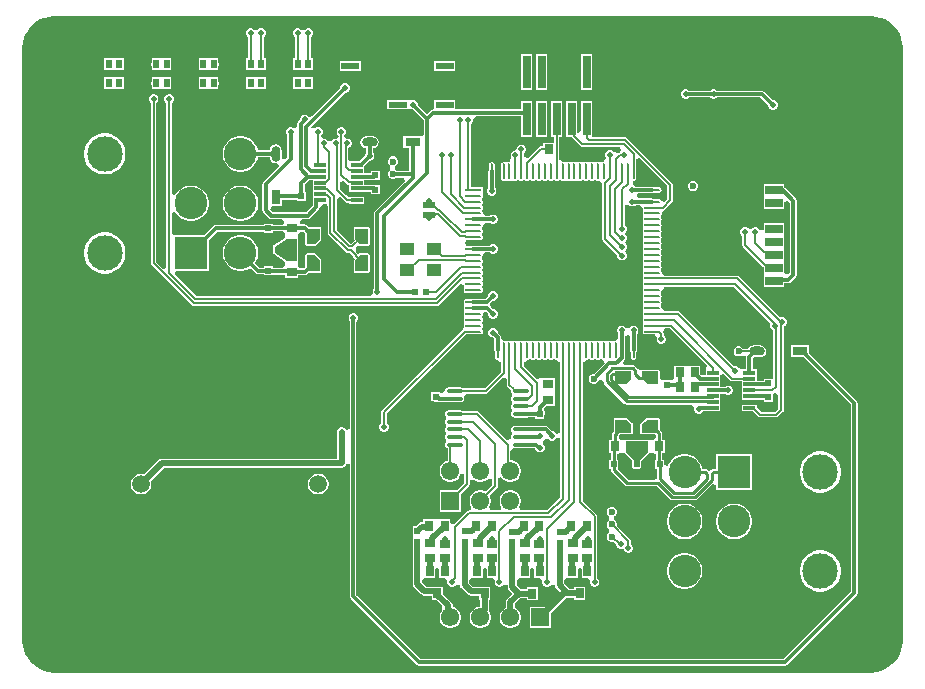
<source format=gtl>
G04*
G04 #@! TF.GenerationSoftware,Altium Limited,Altium Designer,24.4.1 (13)*
G04*
G04 Layer_Physical_Order=1*
G04 Layer_Color=255*
%FSLAX44Y44*%
%MOMM*%
G71*
G04*
G04 #@! TF.SameCoordinates,4A672E86-6C9B-4248-A0BA-008E6FD5887C*
G04*
G04*
G04 #@! TF.FilePolarity,Positive*
G04*
G01*
G75*
%ADD14C,0.5000*%
%ADD15C,0.2000*%
%ADD17C,0.2540*%
%ADD21R,0.5000X0.8000*%
%ADD22R,1.3082X0.7621*%
G04:AMPARAMS|DCode=23|XSize=1.3082mm|YSize=0.7621mm|CornerRadius=0.3811mm|HoleSize=0mm|Usage=FLASHONLY|Rotation=180.000|XOffset=0mm|YOffset=0mm|HoleType=Round|Shape=RoundedRectangle|*
%AMROUNDEDRECTD23*
21,1,1.3082,0.0000,0,0,180.0*
21,1,0.5461,0.7621,0,0,180.0*
1,1,0.7621,-0.2730,0.0000*
1,1,0.7621,0.2730,0.0000*
1,1,0.7621,0.2730,0.0000*
1,1,0.7621,-0.2730,0.0000*
%
%ADD23ROUNDEDRECTD23*%
%ADD24R,0.7500X0.8500*%
%ADD25R,0.9779X0.3048*%
%ADD26R,0.8500X0.7000*%
%ADD27R,0.8500X0.7500*%
%ADD28R,0.7000X0.9000*%
%ADD29R,0.5500X0.5500*%
%ADD30R,1.5000X0.5500*%
%ADD31R,1.5000X0.8000*%
%ADD32R,2.0000X1.4500*%
%ADD33R,0.5500X0.5500*%
%ADD34O,1.4000X0.3500*%
%ADD35R,0.9500X0.8000*%
%ADD36R,0.5200X0.5200*%
%ADD37R,0.5200X0.5200*%
G04:AMPARAMS|DCode=38|XSize=1.3082mm|YSize=0.7621mm|CornerRadius=0.3811mm|HoleSize=0mm|Usage=FLASHONLY|Rotation=90.000|XOffset=0mm|YOffset=0mm|HoleType=Round|Shape=RoundedRectangle|*
%AMROUNDEDRECTD38*
21,1,1.3082,0.0000,0,0,90.0*
21,1,0.5461,0.7621,0,0,90.0*
1,1,0.7621,0.0000,0.2730*
1,1,0.7621,0.0000,-0.2730*
1,1,0.7621,0.0000,-0.2730*
1,1,0.7621,0.0000,0.2730*
%
%ADD38ROUNDEDRECTD38*%
%ADD39R,0.7621X1.3082*%
%ADD40R,0.8621X0.7565*%
G04:AMPARAMS|DCode=41|XSize=0.2125mm|YSize=1.3552mm|CornerRadius=0.1062mm|HoleSize=0mm|Usage=FLASHONLY|Rotation=0.000|XOffset=0mm|YOffset=0mm|HoleType=Round|Shape=RoundedRectangle|*
%AMROUNDEDRECTD41*
21,1,0.2125,1.1428,0,0,0.0*
21,1,0.0000,1.3552,0,0,0.0*
1,1,0.2125,0.0000,-0.5714*
1,1,0.2125,0.0000,-0.5714*
1,1,0.2125,0.0000,0.5714*
1,1,0.2125,0.0000,0.5714*
%
%ADD41ROUNDEDRECTD41*%
G04:AMPARAMS|DCode=42|XSize=1.3552mm|YSize=0.2125mm|CornerRadius=0.1062mm|HoleSize=0mm|Usage=FLASHONLY|Rotation=0.000|XOffset=0mm|YOffset=0mm|HoleType=Round|Shape=RoundedRectangle|*
%AMROUNDEDRECTD42*
21,1,1.3552,0.0000,0,0,0.0*
21,1,1.1428,0.2125,0,0,0.0*
1,1,0.2125,0.5714,0.0000*
1,1,0.2125,-0.5714,0.0000*
1,1,0.2125,-0.5714,0.0000*
1,1,0.2125,0.5714,0.0000*
%
%ADD42ROUNDEDRECTD42*%
%ADD43R,1.3552X0.2125*%
%ADD44C,0.9698*%
%ADD45C,0.9900*%
%ADD46R,1.3000X1.0500*%
%ADD47R,1.1400X0.5750*%
%ADD48R,0.7565X0.8621*%
%ADD49R,0.7000X0.8500*%
%ADD67C,3.0000*%
%ADD68R,2.7500X2.7500*%
%ADD69C,2.7500*%
%ADD71C,0.6000*%
%ADD72C,0.3000*%
%ADD73C,1.5080*%
%ADD74R,1.5500X1.5500*%
%ADD75C,1.5500*%
%ADD76R,0.6500X2.7700*%
%ADD77C,0.5000*%
%ADD78C,4.0000*%
G36*
X720000Y547961D02*
X721833Y547961D01*
X725467Y547482D01*
X729007Y546534D01*
X732393Y545131D01*
X735568Y543298D01*
X738475Y541067D01*
X741067Y538475D01*
X743298Y535568D01*
X745131Y532393D01*
X746534Y529007D01*
X747483Y525467D01*
X747961Y521833D01*
X747961Y520000D01*
X747961Y20000D01*
Y18167D01*
X747483Y14533D01*
X746534Y10993D01*
X745131Y7606D01*
X743298Y4432D01*
X741067Y1525D01*
X738475Y-1067D01*
X735567Y-3299D01*
X732393Y-5131D01*
X729007Y-6534D01*
X725467Y-7483D01*
X721833Y-7961D01*
X720000Y-7961D01*
X30000Y-7961D01*
X28167D01*
X24533Y-7483D01*
X20993Y-6534D01*
X17607Y-5131D01*
X14432Y-3299D01*
X11524Y-1067D01*
X8933Y1524D01*
X6701Y4433D01*
X4869Y7607D01*
X3466Y10993D01*
X2517Y14533D01*
X2039Y18167D01*
X2039Y20000D01*
X2039Y520000D01*
X2039Y521833D01*
X2517Y525467D01*
X3466Y529007D01*
X4869Y532393D01*
X6701Y535568D01*
X8933Y538475D01*
X11524Y541067D01*
X14432Y543299D01*
X17607Y545131D01*
X20993Y546534D01*
X24533Y547482D01*
X28167Y547961D01*
X30000Y547961D01*
X720000Y547961D01*
D02*
G37*
%LPC*%
G36*
X245296Y537500D02*
X243704D01*
X242234Y536891D01*
X241837Y536494D01*
X240000Y536040D01*
X238163Y536494D01*
X237766Y536891D01*
X236296Y537500D01*
X234704D01*
X233234Y536891D01*
X232109Y535766D01*
X231500Y534296D01*
Y532704D01*
X232109Y531234D01*
X233186Y530158D01*
Y512520D01*
X231730D01*
Y501980D01*
X240000Y501980D01*
X242270Y501980D01*
X248270D01*
Y512520D01*
X246814D01*
Y530158D01*
X247891Y531234D01*
X248500Y532704D01*
Y534296D01*
X247891Y535766D01*
X246766Y536891D01*
X245296Y537500D01*
D02*
G37*
G36*
X205296D02*
X203704D01*
X202234Y536891D01*
X201837Y536494D01*
X200000Y536040D01*
X198163Y536494D01*
X197766Y536891D01*
X196296Y537500D01*
X194704D01*
X193234Y536891D01*
X192109Y535766D01*
X191500Y534296D01*
Y532704D01*
X192109Y531234D01*
X193186Y530158D01*
Y512520D01*
X191730D01*
Y501980D01*
X200000Y501980D01*
X202270Y501980D01*
X208270D01*
Y512520D01*
X206814D01*
Y530158D01*
X207891Y531234D01*
X208500Y532704D01*
Y534296D01*
X207891Y535766D01*
X206766Y536891D01*
X205296Y537500D01*
D02*
G37*
G36*
X160000Y512520D02*
X157730Y512520D01*
X151730D01*
Y508601D01*
X151500Y508046D01*
Y506454D01*
X151730Y505899D01*
Y501980D01*
X160000Y501980D01*
X162270Y501980D01*
X168270D01*
Y505899D01*
X168500Y506454D01*
Y508046D01*
X168270Y508601D01*
Y512520D01*
X160000Y512520D01*
D02*
G37*
G36*
X120000Y512520D02*
X117730Y512520D01*
X111730D01*
Y508601D01*
X111500Y508046D01*
Y506454D01*
X111730Y505899D01*
Y501980D01*
X120000Y501980D01*
X122270Y501980D01*
X128270D01*
Y505899D01*
X128500Y506454D01*
Y508046D01*
X128270Y508601D01*
Y512520D01*
X120000Y512520D01*
D02*
G37*
G36*
X80000Y512520D02*
X77730Y512520D01*
X71730D01*
Y508601D01*
X71500Y508046D01*
Y506454D01*
X71730Y505899D01*
Y501980D01*
X80000Y501980D01*
X82270Y501980D01*
X88270D01*
Y505899D01*
X88500Y506454D01*
Y508046D01*
X88270Y508601D01*
Y512520D01*
X80000Y512520D01*
D02*
G37*
G36*
X368770Y509520D02*
X351230D01*
Y501480D01*
X368770D01*
Y509520D01*
D02*
G37*
G36*
X288770D02*
X271230D01*
Y501480D01*
X288770D01*
Y509520D01*
D02*
G37*
G36*
X160000Y496520D02*
X157730Y496520D01*
X151730D01*
Y492601D01*
X151500Y492046D01*
Y490454D01*
X151730Y489899D01*
Y485980D01*
X160000Y485980D01*
X162270Y485980D01*
X168270D01*
Y489899D01*
X168500Y490454D01*
Y492046D01*
X168270Y492601D01*
Y496520D01*
X160000Y496520D01*
D02*
G37*
G36*
X240000Y496520D02*
X237730Y496520D01*
X231730D01*
Y492601D01*
X231500Y492046D01*
Y490454D01*
X231730Y489899D01*
Y485980D01*
X240000Y485980D01*
X242270Y485980D01*
X248270D01*
Y489899D01*
X248500Y490454D01*
Y492046D01*
X248270Y492601D01*
Y496520D01*
X240000Y496520D01*
D02*
G37*
G36*
X200000D02*
X197730Y496520D01*
X191730D01*
Y492601D01*
X191500Y492046D01*
Y490454D01*
X191730Y489899D01*
Y485980D01*
X200000Y485980D01*
X202270Y485980D01*
X208270D01*
Y489899D01*
X208500Y490454D01*
Y492046D01*
X208270Y492601D01*
Y496520D01*
X200000Y496520D01*
D02*
G37*
G36*
X120000D02*
X117730Y496520D01*
X111730D01*
Y492601D01*
X111500Y492046D01*
Y490454D01*
X111730Y489899D01*
Y485980D01*
X120000Y485980D01*
X122270Y485980D01*
X128270D01*
Y489899D01*
X128500Y490454D01*
Y492046D01*
X128270Y492601D01*
Y496520D01*
X120000Y496520D01*
D02*
G37*
G36*
X80000Y496520D02*
X77730Y496520D01*
X71730D01*
Y492601D01*
X71500Y492046D01*
Y490454D01*
X71730Y489899D01*
Y485980D01*
X80000Y485980D01*
X82270Y485980D01*
X88270D01*
Y489899D01*
X88500Y490454D01*
Y492046D01*
X88270Y492601D01*
Y496520D01*
X80000Y496520D01*
D02*
G37*
G36*
X484720Y515920D02*
X475680D01*
Y485680D01*
X484720D01*
Y515920D01*
D02*
G37*
G36*
X446620D02*
X437580D01*
Y485680D01*
X446620D01*
Y515920D01*
D02*
G37*
G36*
X433920D02*
X424880D01*
Y485680D01*
X433920D01*
Y515920D01*
D02*
G37*
G36*
X588296Y486000D02*
X586704D01*
X585234Y485391D01*
X584667Y484824D01*
X566833D01*
X566266Y485391D01*
X564796Y486000D01*
X563204D01*
X561734Y485391D01*
X560609Y484266D01*
X560000Y482796D01*
Y481204D01*
X560609Y479734D01*
X561734Y478609D01*
X563204Y478000D01*
X564796D01*
X566266Y478609D01*
X566833Y479176D01*
X584668D01*
X585234Y478609D01*
X586704Y478000D01*
X588296D01*
X589766Y478609D01*
X590333Y479176D01*
X627080D01*
X633750Y472506D01*
Y471704D01*
X634359Y470234D01*
X635484Y469109D01*
X636954Y468500D01*
X638546D01*
X640016Y469109D01*
X641141Y470234D01*
X641750Y471704D01*
Y473296D01*
X641141Y474766D01*
X640016Y475891D01*
X638546Y476500D01*
X637744D01*
X630247Y483997D01*
X629331Y484609D01*
X628250Y484824D01*
X628250Y484824D01*
X590333D01*
X589766Y485391D01*
X588296Y486000D01*
D02*
G37*
G36*
X276296Y491000D02*
X274704D01*
X273234Y490391D01*
X272109Y489266D01*
X271500Y487796D01*
Y486994D01*
X247702Y463196D01*
X244627Y462780D01*
X243502Y463905D01*
X242032Y464514D01*
X240440D01*
X238970Y463905D01*
X237845Y462780D01*
X237236Y461310D01*
Y459967D01*
X236003Y458734D01*
X235391Y457818D01*
X235176Y456737D01*
X235176Y456737D01*
Y453993D01*
X232176Y452981D01*
X231766Y453391D01*
X230296Y454000D01*
X228704D01*
X227234Y453391D01*
X226109Y452266D01*
X225500Y450796D01*
Y449204D01*
X226109Y447734D01*
X226676Y447167D01*
Y428170D01*
X224483Y425978D01*
X221719Y427455D01*
X221930Y428520D01*
Y433980D01*
X221536Y435963D01*
X220413Y437643D01*
X218732Y438766D01*
X216750Y439161D01*
X214768Y438766D01*
X213087Y437643D01*
X211964Y435963D01*
X211588Y434074D01*
X201752D01*
X201443Y435631D01*
X200310Y438365D01*
X198667Y440825D01*
X196575Y442917D01*
X194115Y444561D01*
X191381Y445693D01*
X188479Y446270D01*
X185521D01*
X182619Y445693D01*
X179885Y444561D01*
X177425Y442917D01*
X175333Y440825D01*
X173689Y438365D01*
X172557Y435631D01*
X171980Y432729D01*
Y429771D01*
X172557Y426869D01*
X173689Y424135D01*
X175333Y421675D01*
X177425Y419583D01*
X179885Y417939D01*
X182619Y416807D01*
X185521Y416230D01*
X188479D01*
X191381Y416807D01*
X194115Y417939D01*
X196575Y419583D01*
X198667Y421675D01*
X200310Y424135D01*
X201443Y426869D01*
X201752Y428426D01*
X211588D01*
X211964Y426537D01*
X213087Y424857D01*
X214768Y423734D01*
X216750Y423339D01*
X217814Y423551D01*
X219292Y420786D01*
X206253Y407747D01*
X205641Y406831D01*
X205426Y405750D01*
X205426Y405750D01*
Y383750D01*
X205426Y383750D01*
X205641Y382669D01*
X206253Y381753D01*
X211253Y376753D01*
X211253Y376753D01*
X212169Y376141D01*
X213250Y375926D01*
X222158D01*
X224158Y373455D01*
X224001Y372847D01*
X222515Y371246D01*
X214270D01*
Y372038D01*
X206530D01*
Y370992D01*
X165918D01*
X165918Y370992D01*
X164837Y370777D01*
X163921Y370165D01*
X163921Y370165D01*
X156026Y362270D01*
X131959D01*
X129980Y362270D01*
X128959Y364847D01*
Y380946D01*
X130689Y381699D01*
X131959Y381732D01*
X133333Y379675D01*
X135425Y377583D01*
X137885Y375939D01*
X140619Y374807D01*
X143521Y374230D01*
X146479D01*
X149381Y374807D01*
X152115Y375939D01*
X154575Y377583D01*
X156667Y379675D01*
X158311Y382135D01*
X159443Y384869D01*
X160020Y387771D01*
Y390729D01*
X159443Y393631D01*
X158311Y396365D01*
X156667Y398825D01*
X154575Y400917D01*
X152115Y402561D01*
X149381Y403693D01*
X146479Y404270D01*
X143521D01*
X140619Y403693D01*
X137885Y402561D01*
X135425Y400917D01*
X133333Y398825D01*
X131959Y396768D01*
X130689Y396800D01*
X128959Y397554D01*
Y474408D01*
X130036Y475484D01*
X130645Y476954D01*
Y478546D01*
X130036Y480016D01*
X128910Y481141D01*
X127440Y481750D01*
X125849D01*
X124379Y481141D01*
X123253Y480016D01*
X122645Y478546D01*
Y476954D01*
X123253Y475484D01*
X124330Y474408D01*
Y334863D01*
X121558Y333715D01*
X115709Y339564D01*
Y474408D01*
X116786Y475484D01*
X117395Y476954D01*
Y478546D01*
X116786Y480016D01*
X115660Y481141D01*
X114190Y481750D01*
X112599D01*
X111129Y481141D01*
X110003Y480016D01*
X109395Y478546D01*
Y476954D01*
X110003Y475484D01*
X111080Y474408D01*
Y338605D01*
X111256Y337720D01*
X111758Y336969D01*
X145613Y303113D01*
X146364Y302612D01*
X147250Y302435D01*
X353750D01*
X354636Y302612D01*
X355387Y303113D01*
X373068Y320795D01*
X373165Y320794D01*
X375994Y319869D01*
X376089Y319778D01*
X376200Y318250D01*
X376084Y316660D01*
X375903Y315750D01*
X376084Y314840D01*
X376600Y314068D01*
X377371Y313553D01*
X378281Y313372D01*
X389709D01*
X390619Y313553D01*
X391390Y314068D01*
X391906Y314840D01*
X392087Y315750D01*
X391906Y316660D01*
X391790Y318250D01*
X391906Y319840D01*
X392087Y320750D01*
X391906Y321660D01*
X391790Y323250D01*
X391906Y324840D01*
X392087Y325750D01*
X391906Y326660D01*
X391390Y327431D01*
Y329068D01*
X391906Y329840D01*
X392087Y330750D01*
X391906Y331660D01*
X391390Y332431D01*
Y334068D01*
X391906Y334840D01*
X392087Y335750D01*
X391906Y336660D01*
X391390Y337431D01*
Y339068D01*
X391906Y339840D01*
X392087Y340750D01*
X391906Y341660D01*
X391390Y342431D01*
Y344068D01*
X391707Y344542D01*
X391906Y344840D01*
X391906Y344840D01*
X392087Y345750D01*
X394300Y347837D01*
X394480Y347926D01*
X397938D01*
X398504Y347359D01*
X399974Y346750D01*
X401566D01*
X403036Y347359D01*
X404161Y348484D01*
X404770Y349954D01*
Y351545D01*
X404161Y353016D01*
X403036Y354141D01*
X401566Y354750D01*
X399974D01*
X398504Y354141D01*
X397938Y353574D01*
X383995D01*
X382914Y353359D01*
X382568Y353128D01*
X378281D01*
X377815Y353511D01*
Y357989D01*
X378281Y358372D01*
X389709D01*
X390619Y358553D01*
X391390Y359068D01*
X391906Y359840D01*
X392087Y360750D01*
X391906Y361660D01*
X391390Y362431D01*
Y364068D01*
X391906Y364840D01*
X392087Y365750D01*
X391906Y366660D01*
X391390Y367431D01*
Y369068D01*
X391707Y369542D01*
X391906Y369840D01*
X391906Y369840D01*
X392087Y370750D01*
X394300Y372837D01*
X394480Y372926D01*
X397938D01*
X398504Y372359D01*
X399974Y371750D01*
X401566D01*
X403036Y372359D01*
X404161Y373484D01*
X404770Y374954D01*
Y376545D01*
X404161Y378016D01*
X403036Y379141D01*
X401566Y379750D01*
X399974D01*
X398504Y379141D01*
X397938Y378574D01*
X394480D01*
X394300Y378663D01*
X392087Y380750D01*
X391906Y381660D01*
X391390Y382431D01*
Y384068D01*
X391906Y384840D01*
X392087Y385750D01*
X391906Y386660D01*
X391390Y387431D01*
Y389068D01*
X391906Y389840D01*
X392087Y390750D01*
X391906Y391660D01*
X391390Y392431D01*
Y394068D01*
X391906Y394840D01*
X392087Y395750D01*
X392041Y398418D01*
X392041Y398418D01*
Y403082D01*
X382314D01*
Y456658D01*
X383391Y457734D01*
X384000Y459204D01*
Y460796D01*
X386261Y463176D01*
X424880D01*
Y445380D01*
X433920D01*
Y475620D01*
X424880D01*
Y468824D01*
X371706D01*
X368770Y468980D01*
X368770Y471824D01*
Y477020D01*
X351230D01*
Y471405D01*
X350470Y469810D01*
X348919Y468609D01*
X348552Y468364D01*
X348552Y468364D01*
X348502Y468331D01*
X348003Y467997D01*
X348003Y467997D01*
X345000Y464994D01*
X337000Y472994D01*
Y473796D01*
X336391Y475266D01*
X335266Y476391D01*
X333796Y477000D01*
X332204D01*
X331770Y476820D01*
X328770Y477020D01*
X327443Y477020D01*
X311230D01*
Y468980D01*
X327336D01*
X328770Y468980D01*
X331770Y469180D01*
X332204Y469000D01*
X333006D01*
X342176Y459830D01*
Y448412D01*
X340561Y446081D01*
X324939D01*
Y435919D01*
X329926D01*
Y416824D01*
X319214D01*
X318419Y417620D01*
X318101Y417751D01*
Y420999D01*
X318419Y421130D01*
X319620Y422331D01*
X320270Y423901D01*
Y425599D01*
X319620Y427169D01*
X318419Y428370D01*
X316849Y429020D01*
X315151D01*
X313581Y428370D01*
X312380Y427169D01*
X311730Y425599D01*
Y423901D01*
X312380Y422331D01*
X313581Y421130D01*
X313899Y420999D01*
Y417751D01*
X313581Y417620D01*
X312380Y416419D01*
X311730Y414849D01*
Y413151D01*
X312380Y411581D01*
X313581Y410380D01*
X315151Y409730D01*
X316849D01*
X318419Y410380D01*
X319214Y411176D01*
X325262D01*
X326410Y408404D01*
X301003Y382997D01*
X300391Y382081D01*
X300176Y381000D01*
X300176Y381000D01*
Y317448D01*
X299609Y316881D01*
X299000Y315411D01*
Y313819D01*
X296974Y311064D01*
X149459D01*
X131293Y329230D01*
X132536Y332230D01*
X160020D01*
Y358276D01*
X167088Y365344D01*
X206530D01*
Y364298D01*
X214270D01*
Y365598D01*
X222601D01*
X224819Y363624D01*
Y360712D01*
X224819Y360624D01*
Y360248D01*
X215477Y354038D01*
X214780D01*
X214675Y352768D01*
X214675Y351081D01*
X214675Y347568D01*
X214780Y346298D01*
X215463D01*
X224819Y339612D01*
Y339212D01*
X224819Y339124D01*
Y336212D01*
X222497Y334488D01*
X214520D01*
Y336038D01*
X206780D01*
Y334992D01*
X203252D01*
X199429Y338815D01*
X200310Y340135D01*
X201443Y342869D01*
X202020Y345771D01*
Y348729D01*
X201443Y351631D01*
X200310Y354365D01*
X198667Y356825D01*
X196575Y358917D01*
X194115Y360560D01*
X191381Y361693D01*
X188479Y362270D01*
X185521D01*
X182619Y361693D01*
X179885Y360560D01*
X177425Y358917D01*
X175333Y356825D01*
X173689Y354365D01*
X172557Y351631D01*
X171980Y348729D01*
Y345771D01*
X172557Y342869D01*
X173689Y340135D01*
X175333Y337675D01*
X177425Y335583D01*
X179885Y333940D01*
X182619Y332807D01*
X185521Y332230D01*
X188479D01*
X191381Y332807D01*
X194115Y333940D01*
X195434Y334821D01*
X200085Y330171D01*
X200085Y330171D01*
X201001Y329558D01*
X202082Y329343D01*
X206780D01*
Y328298D01*
X214520D01*
Y328839D01*
X224819D01*
Y326107D01*
X235981D01*
Y328335D01*
X241626D01*
X241626Y328335D01*
X242707Y328550D01*
X243624Y329162D01*
X245087Y330625D01*
X254150D01*
X255122Y331028D01*
X255525Y332000D01*
Y340500D01*
X255350Y340921D01*
X255223Y341359D01*
X251223Y346359D01*
X251153Y346398D01*
X251122Y346472D01*
X250701Y346646D01*
X250302Y346866D01*
X250224Y346844D01*
X250150Y346875D01*
X243150D01*
X242178Y346472D01*
X241775Y345500D01*
Y335302D01*
X240863Y334390D01*
X237641Y334430D01*
X235981Y336212D01*
Y339124D01*
X235981Y339212D01*
Y340141D01*
X236085Y340394D01*
Y359442D01*
X235981Y359694D01*
Y360624D01*
X235981Y360712D01*
Y363624D01*
X237362Y365107D01*
X240754Y365152D01*
X241775Y364130D01*
Y354500D01*
X242178Y353528D01*
X243150Y353125D01*
X250150D01*
X250224Y353156D01*
X250302Y353134D01*
X250701Y353354D01*
X251122Y353528D01*
X251153Y353602D01*
X251223Y353641D01*
X255223Y358641D01*
X255350Y359079D01*
X255525Y359500D01*
Y368000D01*
X255122Y368972D01*
X254150Y369375D01*
X244520D01*
X243221Y370673D01*
X242304Y371286D01*
X241224Y371501D01*
X241223Y371501D01*
X238102D01*
X237528Y372074D01*
X237104Y373264D01*
X239110Y375926D01*
X244000D01*
X244000Y375926D01*
X245081Y376141D01*
X245997Y376753D01*
X253077Y383833D01*
X253077Y383833D01*
X253689Y384749D01*
X253904Y385830D01*
Y386458D01*
X256892Y389161D01*
X260629D01*
X260686Y386185D01*
Y364309D01*
X260862Y363423D01*
X261363Y362672D01*
X276061Y347975D01*
X276811Y347473D01*
X277697Y347297D01*
X279750D01*
X282109Y344938D01*
Y344469D01*
X282285Y343583D01*
X282787Y342832D01*
X283603Y342016D01*
X283077Y341359D01*
X282950Y340921D01*
X282775Y340500D01*
Y332000D01*
X283178Y331028D01*
X284150Y330625D01*
X295150D01*
X296122Y331028D01*
X296525Y332000D01*
Y345500D01*
X296122Y346472D01*
X295150Y346875D01*
X288150D01*
X287999Y346866D01*
X287998Y346866D01*
X286842Y346799D01*
X285190Y348403D01*
X284781Y348812D01*
X284579Y351125D01*
X284841Y351945D01*
X286610Y352848D01*
X287761Y353264D01*
X287998Y353134D01*
X288076Y353156D01*
X288150Y353125D01*
X295150D01*
X296122Y353528D01*
X296525Y354500D01*
Y368000D01*
X296122Y368972D01*
X295150Y369375D01*
X284150D01*
X283178Y368972D01*
X282775Y368000D01*
Y359500D01*
X282950Y359079D01*
X283077Y358641D01*
X283603Y357983D01*
X280816Y355196D01*
X280010D01*
X268584Y366622D01*
Y393400D01*
X271584Y394642D01*
X275908Y390318D01*
X276659Y389817D01*
X277545Y389641D01*
X279171D01*
Y389161D01*
X291490D01*
Y394749D01*
X279171D01*
X276714Y396059D01*
X271315Y401459D01*
Y407493D01*
X274086Y408641D01*
X277221Y405506D01*
X277972Y405004D01*
X278858Y404828D01*
X279171D01*
Y399164D01*
X285082D01*
X285354Y399109D01*
X297380D01*
Y397130D01*
X300140D01*
X300454Y397000D01*
X302046D01*
X302360Y397130D01*
X305120D01*
Y399891D01*
X305250Y400204D01*
Y401796D01*
X305120Y402109D01*
Y404870D01*
X302360D01*
X302046Y405000D01*
X300454D01*
X300140Y404870D01*
X297380D01*
Y404758D01*
X291490D01*
Y409160D01*
X297380D01*
Y409130D01*
X300140D01*
X300454Y409000D01*
X302046D01*
X302360Y409130D01*
X305120D01*
Y411890D01*
X305250Y412204D01*
Y413796D01*
X305120Y414109D01*
Y416870D01*
X302360D01*
X302046Y417000D01*
X300454D01*
X300140Y416870D01*
X297380D01*
Y414808D01*
X291490D01*
Y420762D01*
X296244Y425517D01*
X297046D01*
X298516Y426126D01*
X299641Y427251D01*
X300250Y428721D01*
Y430312D01*
X299641Y431782D01*
X299074Y432349D01*
Y435839D01*
X300963Y436214D01*
X302643Y437337D01*
X303766Y439018D01*
X304161Y441000D01*
X303766Y442982D01*
X302643Y444663D01*
X300963Y445786D01*
X298980Y446180D01*
X293520D01*
X291537Y445786D01*
X289857Y444663D01*
X288734Y442982D01*
X288339Y441000D01*
X288734Y439018D01*
X289857Y437337D01*
X291537Y436214D01*
X293426Y435839D01*
Y432349D01*
X292859Y431782D01*
X292250Y430312D01*
Y429511D01*
X287526Y424787D01*
X285331D01*
X285178Y424757D01*
X279171D01*
X278314Y427402D01*
Y436008D01*
X279766Y436609D01*
X280891Y437734D01*
X281500Y439204D01*
Y440796D01*
X280891Y442266D01*
X279766Y443391D01*
X278296Y444000D01*
X276704D01*
X274814Y446464D01*
Y446658D01*
X275891Y447734D01*
X276500Y449204D01*
Y450796D01*
X275891Y452266D01*
X274766Y453391D01*
X273296Y454000D01*
X271704D01*
X270234Y453391D01*
X269109Y452266D01*
X268500Y450796D01*
Y449204D01*
X269109Y447734D01*
X270186Y446658D01*
Y446464D01*
X268296Y444000D01*
X266704D01*
X265234Y443391D01*
X264109Y442266D01*
X260891D01*
X259766Y443391D01*
X258296Y444000D01*
X256704D01*
X254814Y446464D01*
Y446658D01*
X255891Y447734D01*
X256500Y449204D01*
Y450796D01*
X255891Y452266D01*
X254766Y453391D01*
X253296Y454000D01*
X251704D01*
X250234Y453391D01*
X249886Y453043D01*
X246955Y453386D01*
X246531Y453607D01*
X246423Y453929D01*
X275494Y483000D01*
X276296D01*
X277766Y483609D01*
X278891Y484734D01*
X279500Y486204D01*
Y487796D01*
X278891Y489266D01*
X277766Y490391D01*
X276296Y491000D01*
D02*
G37*
G36*
X484720Y475620D02*
X475680D01*
Y450778D01*
X472680Y449174D01*
X472065Y449585D01*
Y458250D01*
X472020Y458474D01*
Y475620D01*
X462980D01*
Y445380D01*
X467609D01*
X467612Y445364D01*
X468113Y444613D01*
X474613Y438113D01*
X475364Y437612D01*
X476250Y437435D01*
X507949D01*
X508684Y436453D01*
X509448Y434406D01*
X508202Y432394D01*
X507475Y432249D01*
X506724Y431748D01*
X506537Y431560D01*
X506494Y431552D01*
X503173Y432439D01*
X503141Y432516D01*
X502016Y433641D01*
X500546Y434250D01*
X498954D01*
X497484Y433641D01*
X496359Y432516D01*
X495750Y431046D01*
Y429454D01*
X496359Y427984D01*
X495185Y424915D01*
X494750Y424596D01*
X493840Y424416D01*
X492250Y424300D01*
X490660Y424416D01*
X489750Y424596D01*
X488840Y424416D01*
X487250Y424300D01*
X485660Y424416D01*
X484750Y424596D01*
X483840Y424416D01*
X482250Y424300D01*
X480660Y424416D01*
X479750Y424596D01*
X478840Y424416D01*
X477250Y424300D01*
X475660Y424416D01*
X474750Y424596D01*
X473840Y424416D01*
X472250Y424300D01*
X470660Y424416D01*
X469750Y424596D01*
X468840Y424416D01*
X467250Y424300D01*
X465660Y424416D01*
X464750Y424596D01*
X463840Y424416D01*
X462250Y424300D01*
X460660Y424416D01*
X460058Y424535D01*
X459750Y424597D01*
X457499Y426244D01*
X457065Y426837D01*
Y445380D01*
X459320D01*
Y475620D01*
X450280D01*
Y445380D01*
X452435D01*
Y440770D01*
X443280D01*
Y437814D01*
X441500D01*
X440614Y437638D01*
X439863Y437136D01*
X430065Y427338D01*
X427065Y428580D01*
Y431658D01*
X428141Y432734D01*
X428750Y434204D01*
Y435796D01*
X428141Y437266D01*
X427016Y438391D01*
X425546Y439000D01*
X423954D01*
X422484Y438391D01*
X421359Y437266D01*
X420750Y435796D01*
X420566Y434184D01*
X418954Y434000D01*
X417484Y433391D01*
X416359Y432266D01*
X415750Y430796D01*
Y429204D01*
X416359Y427734D01*
X415048Y424815D01*
X414750Y424597D01*
X414442Y424535D01*
X413840Y424416D01*
X412250Y424300D01*
X410660Y424416D01*
X409750Y424596D01*
X408840Y424416D01*
X408069Y423900D01*
X407553Y423129D01*
X407372Y422219D01*
Y410791D01*
X407553Y409881D01*
X408069Y409109D01*
X408840Y408594D01*
X409750Y408413D01*
X410660Y408594D01*
X412250Y408710D01*
X413840Y408594D01*
X414750Y408413D01*
X415660Y408594D01*
X417250Y408710D01*
X418840Y408594D01*
X419750Y408413D01*
X420660Y408594D01*
X421432Y409109D01*
X423069D01*
X423840Y408594D01*
X424750Y408413D01*
X425660Y408594D01*
X427250Y408710D01*
X428840Y408594D01*
X429750Y408413D01*
X430660Y408594D01*
X431432Y409109D01*
X433069D01*
X433840Y408594D01*
X434750Y408413D01*
X435660Y408594D01*
X437250Y408710D01*
X438840Y408594D01*
X439750Y408413D01*
X440660Y408594D01*
X442250Y408710D01*
X443840Y408594D01*
X444750Y408413D01*
X445660Y408594D01*
X447250Y408710D01*
X448840Y408594D01*
X449750Y408413D01*
X450660Y408594D01*
X452250Y408710D01*
X453840Y408594D01*
X454750Y408413D01*
X455660Y408594D01*
X457250Y408710D01*
X458840Y408594D01*
X459750Y408413D01*
X460660Y408594D01*
X462250Y408710D01*
X463840Y408594D01*
X464750Y408413D01*
X465660Y408594D01*
X467250Y408710D01*
X468840Y408594D01*
X469750Y408413D01*
X470660Y408594D01*
X472250Y408710D01*
X473840Y408594D01*
X474750Y408413D01*
X475660Y408594D01*
X477250Y408710D01*
X478840Y408594D01*
X479750Y408413D01*
X480660Y408594D01*
X482250Y408710D01*
X483840Y408594D01*
X484750Y408413D01*
X485660Y408594D01*
X487250Y408710D01*
X488840Y408594D01*
X489750Y408413D01*
X490660Y408594D01*
X491156Y408630D01*
X491515Y408340D01*
X493436Y406561D01*
Y359250D01*
X493612Y358364D01*
X494113Y357613D01*
X506000Y345727D01*
Y344204D01*
X506609Y342734D01*
X507734Y341609D01*
X509204Y341000D01*
X510796D01*
X512266Y341609D01*
X513391Y342734D01*
X514000Y344204D01*
Y345796D01*
X513391Y347266D01*
X512485Y348750D01*
X513391Y350234D01*
X514000Y351704D01*
Y353296D01*
X513391Y354766D01*
X512485Y356250D01*
X513391Y357734D01*
X514000Y359204D01*
Y360796D01*
X513391Y362266D01*
X512485Y363750D01*
X513391Y365234D01*
X514000Y366704D01*
Y368296D01*
X513391Y369766D01*
X512314Y370842D01*
Y387947D01*
X515314Y388543D01*
X515339Y388484D01*
X516464Y387359D01*
X517934Y386750D01*
X519526D01*
X520996Y387359D01*
X521563Y387926D01*
X525020D01*
X525200Y387837D01*
X527413Y385750D01*
X527594Y384840D01*
X527710Y383250D01*
X527594Y381660D01*
X527413Y380750D01*
X527594Y379840D01*
X527710Y378250D01*
X527594Y376660D01*
X527413Y375750D01*
X527594Y374840D01*
X527710Y373250D01*
X527594Y371660D01*
X527413Y370750D01*
X527594Y369840D01*
X527710Y368250D01*
X527594Y366660D01*
X527413Y365750D01*
X527594Y364840D01*
X527710Y363250D01*
X527594Y361660D01*
X527413Y360750D01*
X527594Y359840D01*
X527710Y358250D01*
X527594Y356660D01*
X527413Y355750D01*
X527594Y354840D01*
X527710Y353250D01*
X527594Y351660D01*
X527413Y350750D01*
X527594Y349840D01*
X527710Y348250D01*
X527594Y346660D01*
X527413Y345750D01*
X527594Y344840D01*
X527710Y343250D01*
X527594Y341660D01*
X527413Y340750D01*
X527594Y339840D01*
X527710Y338250D01*
X527594Y336660D01*
X527413Y335750D01*
X527594Y334840D01*
X527710Y333250D01*
X527594Y331660D01*
X527413Y330750D01*
X527594Y329840D01*
X527710Y328250D01*
X527594Y326660D01*
X527413Y325750D01*
X527594Y324840D01*
X528110Y324068D01*
Y322431D01*
X527594Y321660D01*
X527413Y320750D01*
X527594Y319840D01*
X527710Y318250D01*
X527594Y316660D01*
X527413Y315750D01*
X527594Y314840D01*
X527710Y313250D01*
X527594Y311660D01*
X527413Y310750D01*
X527594Y309840D01*
X527710Y308250D01*
X527594Y306660D01*
X527413Y305750D01*
X527594Y304840D01*
X527710Y303250D01*
X527594Y301660D01*
X527413Y300750D01*
X527594Y299840D01*
X527710Y298250D01*
X527594Y296660D01*
X527413Y295750D01*
X527594Y294840D01*
X528110Y294068D01*
Y292431D01*
X527594Y291660D01*
X527413Y290750D01*
X527594Y289840D01*
X528110Y289068D01*
Y287431D01*
X527594Y286660D01*
X527413Y285750D01*
X527594Y284840D01*
X527710Y283250D01*
X527594Y281660D01*
X527413Y280750D01*
X527594Y279840D01*
X528110Y279068D01*
X528881Y278553D01*
X529791Y278372D01*
X537628D01*
X537927Y278123D01*
X539385Y275372D01*
X539250Y275046D01*
Y273454D01*
X539859Y271984D01*
X540984Y270859D01*
X542454Y270250D01*
X544046D01*
X545516Y270859D01*
X546641Y271984D01*
X547250Y273454D01*
Y275046D01*
X546641Y276516D01*
X545557Y277600D01*
Y278692D01*
X545380Y279578D01*
X544879Y280329D01*
X544772Y280435D01*
X546015Y283435D01*
X550541D01*
X582178Y251799D01*
X580935Y248799D01*
X580914D01*
Y243828D01*
X577166D01*
X576270Y244724D01*
Y251770D01*
X566770D01*
X566730Y251770D01*
X563770D01*
X563730Y251770D01*
X554230D01*
Y241708D01*
X552683Y239981D01*
X551731Y239520D01*
X544875D01*
X544230Y239520D01*
X541875Y241076D01*
Y247250D01*
X541472Y248222D01*
X540500Y248625D01*
X527000D01*
X526636Y248474D01*
X524964Y248591D01*
X523189Y249208D01*
X522972Y249532D01*
X520883Y251621D01*
X520043Y252183D01*
X519052Y252380D01*
X511786D01*
X510638Y255151D01*
X511747Y256260D01*
X512359Y257176D01*
X512574Y258257D01*
X512574Y258258D01*
Y264995D01*
Y276848D01*
X515574Y278090D01*
X516926Y276739D01*
Y264995D01*
X517141Y263914D01*
X517372Y263568D01*
Y259281D01*
X517553Y258371D01*
X518069Y257600D01*
X518840Y257084D01*
X519750Y256903D01*
X520660Y257084D01*
X521432Y257600D01*
X521947Y258371D01*
X522128Y259281D01*
Y263568D01*
X522359Y263914D01*
X522574Y264995D01*
Y278937D01*
X523141Y279504D01*
X523750Y280974D01*
Y282565D01*
X523141Y284036D01*
X522016Y285161D01*
X520546Y285770D01*
X518954D01*
X517484Y285161D01*
X516359Y284036D01*
X513141D01*
X512016Y285161D01*
X510546Y285770D01*
X508954D01*
X507484Y285161D01*
X506359Y284036D01*
X505750Y282565D01*
Y280974D01*
X506359Y279504D01*
X506926Y278937D01*
Y275480D01*
X506837Y275299D01*
X504750Y273087D01*
X503840Y272906D01*
X502250Y272790D01*
X500660Y272906D01*
X499750Y273087D01*
X498840Y272906D01*
X497250Y272790D01*
X495660Y272906D01*
X494750Y273087D01*
X493840Y272906D01*
X492250Y272790D01*
X490660Y272906D01*
X489750Y273087D01*
X488840Y272906D01*
X487250Y272790D01*
X485660Y272906D01*
X484750Y273087D01*
X483840Y272906D01*
X482250Y272790D01*
X480660Y272906D01*
X479750Y273087D01*
X478840Y272906D01*
X477250Y272790D01*
X475660Y272906D01*
X474750Y273087D01*
X473840Y272906D01*
X472250Y272790D01*
X470660Y272906D01*
X469750Y273087D01*
X468840Y272906D01*
X468069Y272390D01*
X466432D01*
X465660Y272906D01*
X464750Y273087D01*
X463840Y272906D01*
X463069Y272390D01*
X461432D01*
X460660Y272906D01*
X459750Y273087D01*
X458840Y272906D01*
X457250Y272790D01*
X455660Y272906D01*
X454750Y273087D01*
X453840Y272906D01*
X452250Y272790D01*
X450660Y272906D01*
X449750Y273087D01*
X448840Y272906D01*
X447250Y272790D01*
X445660Y272906D01*
X444750Y273087D01*
X443840Y272906D01*
X442250Y272790D01*
X440660Y272906D01*
X439750Y273087D01*
X438840Y272906D01*
X437250Y272790D01*
X435660Y272906D01*
X434750Y273087D01*
X433840Y272906D01*
X432250Y272790D01*
X430660Y272906D01*
X429750Y273087D01*
X428840Y272906D01*
X427250Y272790D01*
X425660Y272906D01*
X424750Y273087D01*
X423840Y272906D01*
X423069Y272390D01*
X421432D01*
X420660Y272906D01*
X419750Y273087D01*
X418840Y272906D01*
X418069Y272390D01*
X416432D01*
X415660Y272906D01*
X414750Y273087D01*
X413840Y272906D01*
X412250Y272790D01*
X410660Y272906D01*
X409750Y273087D01*
X407663Y275299D01*
X407574Y275480D01*
Y275750D01*
X407359Y276831D01*
X406747Y277747D01*
X406747Y277747D01*
X404750Y279744D01*
Y280546D01*
X404141Y282016D01*
X403016Y283141D01*
X401546Y283750D01*
X399954D01*
X398484Y283141D01*
X397359Y282016D01*
X396750Y280546D01*
Y278954D01*
X397359Y277484D01*
X398484Y276359D01*
X399954Y275750D01*
X400756D01*
X401926Y274580D01*
Y264995D01*
X402141Y263914D01*
X402372Y263568D01*
Y259281D01*
X402553Y258371D01*
X403069Y257600D01*
X403840Y257084D01*
X404750Y256903D01*
X407001Y255255D01*
X407435Y254662D01*
Y246459D01*
X393791Y232815D01*
X375472D01*
X374678Y233345D01*
X373500Y233579D01*
X363000D01*
X361822Y233345D01*
X360823Y232677D01*
X360155Y231678D01*
X359980Y230798D01*
X359662Y230270D01*
X357631Y228463D01*
X356120Y229017D01*
Y229370D01*
X353359D01*
X353046Y229500D01*
X351454D01*
X351141Y229370D01*
X348380D01*
Y226609D01*
X348250Y226296D01*
Y224704D01*
X348380Y224391D01*
Y221630D01*
X351141D01*
X351454Y221500D01*
X353046D01*
X353268Y221592D01*
X353350Y221576D01*
X353750D01*
X354027Y221391D01*
X355107Y221176D01*
X355107Y221176D01*
X361791D01*
X361822Y221155D01*
X363000Y220921D01*
X373500D01*
X374678Y221155D01*
X375677Y221823D01*
X376345Y222822D01*
X376579Y224000D01*
X376345Y225178D01*
X376340Y225186D01*
X377654Y228171D01*
X377669Y228186D01*
X394750D01*
X395636Y228362D01*
X396387Y228863D01*
X409436Y241912D01*
X412435Y240670D01*
Y235334D01*
X412612Y234449D01*
X413113Y233698D01*
X415986Y230825D01*
X415921Y230500D01*
X416155Y229322D01*
X416823Y228323D01*
Y226177D01*
X416155Y225178D01*
X415921Y224000D01*
X416155Y222822D01*
X416823Y221823D01*
Y219677D01*
X416155Y218678D01*
X415921Y217500D01*
X416155Y216322D01*
X416823Y215323D01*
Y213177D01*
X416155Y212178D01*
X415921Y211000D01*
X416155Y209822D01*
X416823Y208823D01*
X417822Y208155D01*
X419000Y207921D01*
X429500D01*
X430678Y208155D01*
X430709Y208176D01*
X436630D01*
Y207130D01*
X439390D01*
X439704Y207000D01*
X441296D01*
X441609Y207130D01*
X444370D01*
Y209890D01*
X444500Y210204D01*
Y211796D01*
X444455Y211905D01*
X444370Y214870D01*
X445426Y217432D01*
X445724Y217730D01*
X453020D01*
Y228230D01*
X453020Y228270D01*
Y231230D01*
X453020Y231270D01*
Y241770D01*
X440996D01*
X440980Y241770D01*
X437980Y240543D01*
X427065Y251459D01*
Y254662D01*
X427499Y255255D01*
X429750Y256903D01*
X430058Y256964D01*
X430660Y257084D01*
X432250Y257200D01*
X433840Y257084D01*
X434750Y256903D01*
X435660Y257084D01*
X437250Y257200D01*
X438840Y257084D01*
X439750Y256903D01*
X440660Y257084D01*
X442250Y257200D01*
X443840Y257084D01*
X444750Y256903D01*
X445660Y257084D01*
X447250Y257200D01*
X448840Y257084D01*
X449750Y256903D01*
X450660Y257084D01*
X452250Y257200D01*
X453840Y257084D01*
X454442Y256964D01*
X454750Y256903D01*
X457001Y255255D01*
X457435Y254662D01*
Y194652D01*
X454436Y194055D01*
X454141Y194766D01*
X453016Y195891D01*
X451546Y196500D01*
X450744D01*
X447247Y199997D01*
X446331Y200609D01*
X445250Y200824D01*
X445250Y200824D01*
X430709D01*
X430678Y200845D01*
X429500Y201079D01*
X419000D01*
X417822Y200845D01*
X416823Y200177D01*
X416155Y199178D01*
X415921Y198000D01*
X416155Y196822D01*
X416823Y195823D01*
Y193677D01*
X416155Y192678D01*
X415921Y191500D01*
X416155Y190322D01*
X415681Y189641D01*
X412284Y188990D01*
X388637Y212637D01*
X387886Y213138D01*
X387000Y213314D01*
X375472D01*
X374678Y213845D01*
X373500Y214079D01*
X363000D01*
X361822Y213845D01*
X360823Y213177D01*
X360155Y212178D01*
X359921Y211000D01*
X360155Y209822D01*
X360823Y208823D01*
Y206677D01*
X360155Y205678D01*
X359921Y204500D01*
X360155Y203322D01*
X360823Y202323D01*
Y200177D01*
X360155Y199178D01*
X359921Y198000D01*
X360155Y196822D01*
X360823Y195823D01*
Y193677D01*
X360155Y192678D01*
X359921Y191500D01*
X360155Y190322D01*
X360823Y189323D01*
Y187177D01*
X360155Y186178D01*
X359921Y185000D01*
X360155Y183822D01*
X360823Y182823D01*
X361822Y182155D01*
X362336Y182053D01*
Y171418D01*
X361168Y171105D01*
X359112Y169918D01*
X357432Y168238D01*
X356245Y166182D01*
X355630Y163888D01*
Y161513D01*
X356245Y159218D01*
X357432Y157162D01*
X359112Y155482D01*
X361168Y154295D01*
X363462Y153680D01*
X365838D01*
X368132Y154295D01*
X370188Y155482D01*
X371868Y157162D01*
X373055Y159218D01*
X373436Y160637D01*
X376436Y160242D01*
Y152359D01*
X370397Y146320D01*
X355630D01*
Y128280D01*
X373670D01*
Y143047D01*
X380387Y149763D01*
X380888Y150514D01*
X381064Y151400D01*
Y154687D01*
X384064Y155929D01*
X384512Y155482D01*
X386568Y154295D01*
X388862Y153680D01*
X391237D01*
X393532Y154295D01*
X395588Y155482D01*
X397186Y157079D01*
X397567Y157065D01*
X400186Y156215D01*
Y150709D01*
X394578Y145101D01*
X393532Y145705D01*
X391237Y146320D01*
X388862D01*
X386568Y145705D01*
X384512Y144518D01*
X382832Y142838D01*
X381645Y140782D01*
X381030Y138488D01*
Y136112D01*
X381645Y133818D01*
X382513Y132315D01*
X381858Y130434D01*
X381037Y129314D01*
X380500D01*
X379614Y129138D01*
X378863Y128637D01*
X367770Y117543D01*
X366133Y117857D01*
X364770Y118655D01*
Y122020D01*
X354770D01*
X354730Y122020D01*
Y122020D01*
X351770D01*
Y122020D01*
X341730D01*
Y119398D01*
X340554D01*
X339083Y119105D01*
X337836Y118272D01*
X337836Y118272D01*
X335334Y115770D01*
X332730D01*
X332730Y107730D01*
X332730Y104730D01*
Y98730D01*
X332906D01*
Y67000D01*
X332906Y67000D01*
X333199Y65529D01*
X334032Y64282D01*
X340032Y58282D01*
X341279Y57449D01*
X342750Y57156D01*
X342750Y57156D01*
X348980D01*
Y53230D01*
X353084D01*
X358008Y48306D01*
Y44814D01*
X357482Y44288D01*
X356295Y42232D01*
X355680Y39938D01*
Y37562D01*
X356295Y35268D01*
X357482Y33212D01*
X359162Y31532D01*
X361218Y30345D01*
X363512Y29730D01*
X365887D01*
X368182Y30345D01*
X370238Y31532D01*
X371918Y33212D01*
X373105Y35268D01*
X373720Y37562D01*
Y39938D01*
X373105Y42232D01*
X371918Y44288D01*
X370238Y45968D01*
X368182Y47155D01*
X366535Y47597D01*
Y49059D01*
X366535Y49059D01*
X366242Y50530D01*
X365409Y51777D01*
X365409Y51777D01*
X358520Y58666D01*
Y64770D01*
X353121D01*
X352750Y64844D01*
X352750Y64844D01*
X344342D01*
X340594Y68592D01*
Y70011D01*
X342480Y72230D01*
X343594Y72230D01*
X352020D01*
Y79799D01*
X353750Y80799D01*
X355480Y79800D01*
Y72230D01*
X360404D01*
X362250Y69296D01*
Y67704D01*
X362859Y66234D01*
X363984Y65109D01*
X365454Y64500D01*
X367046D01*
X368516Y65109D01*
X369641Y66234D01*
X369906Y66874D01*
X369980Y66859D01*
X372906Y66250D01*
X373199Y64779D01*
X374032Y63532D01*
X379354Y58210D01*
X379354Y58210D01*
X380601Y57377D01*
X382072Y57084D01*
X382072Y57084D01*
X388980D01*
Y53230D01*
X389906D01*
Y47770D01*
X388913D01*
X386618Y47155D01*
X384562Y45968D01*
X382882Y44288D01*
X381695Y42232D01*
X381080Y39938D01*
Y37562D01*
X381695Y35268D01*
X382882Y33212D01*
X384562Y31532D01*
X386618Y30345D01*
X388913Y29730D01*
X391287D01*
X393582Y30345D01*
X395638Y31532D01*
X397318Y33212D01*
X398505Y35268D01*
X399120Y37562D01*
Y39938D01*
X398505Y42232D01*
X397382Y44177D01*
X397594Y45241D01*
X397594Y45241D01*
Y53230D01*
X398520D01*
Y64770D01*
X392761D01*
X392750Y64772D01*
X392750Y64772D01*
X383664D01*
X380594Y67842D01*
Y70011D01*
X382480Y72230D01*
X383594Y72230D01*
X392020D01*
Y79799D01*
X393750Y80799D01*
X395480Y79800D01*
Y72230D01*
X400403D01*
X402250Y69296D01*
Y67704D01*
X402859Y66234D01*
X403984Y65109D01*
X405454Y64500D01*
X407046D01*
X408516Y65109D01*
X409641Y66234D01*
X409758Y66517D01*
X413022Y66684D01*
X413156Y66513D01*
Y64390D01*
X413156Y64390D01*
X413449Y62919D01*
X414282Y61672D01*
X417009Y58945D01*
X412782Y54718D01*
X411949Y53471D01*
X411656Y52000D01*
X411656Y52000D01*
Y46946D01*
X409962Y45968D01*
X408282Y44288D01*
X407095Y42232D01*
X406480Y39938D01*
Y37562D01*
X407095Y35268D01*
X408282Y33212D01*
X409962Y31532D01*
X412018Y30345D01*
X414313Y29730D01*
X416688D01*
X418982Y30345D01*
X421038Y31532D01*
X422718Y33212D01*
X423905Y35268D01*
X424520Y37562D01*
Y39938D01*
X423905Y42232D01*
X422718Y44288D01*
X421038Y45968D01*
X419344Y46946D01*
Y50408D01*
X424037Y55101D01*
X429230D01*
Y53175D01*
X438770D01*
Y64715D01*
X429230D01*
Y62789D01*
X424037D01*
X420844Y65982D01*
Y69956D01*
X422730Y72175D01*
X423844Y72175D01*
X432270D01*
Y79744D01*
X434000Y80744D01*
X435730Y79744D01*
Y72175D01*
X440653D01*
X442500Y69240D01*
Y67649D01*
X443109Y66179D01*
X444234Y65054D01*
X445704Y64445D01*
X447296D01*
X448766Y65054D01*
X449891Y66179D01*
X453142Y66187D01*
X453406Y66000D01*
X453699Y64529D01*
X454532Y63282D01*
X457264Y60550D01*
X444484Y47770D01*
X431880D01*
Y29730D01*
X449920D01*
Y42334D01*
X462742Y55156D01*
X464250D01*
X464250Y55156D01*
X464250Y55156D01*
X469480D01*
Y53230D01*
X479020D01*
Y64770D01*
X469480D01*
Y62844D01*
X465842D01*
X465418Y63268D01*
X465418Y63268D01*
X461094Y67592D01*
Y70011D01*
X462980Y72230D01*
X464094Y72230D01*
X472520D01*
Y79799D01*
X474250Y80799D01*
X475980Y79799D01*
Y72230D01*
X480904D01*
X482750Y69296D01*
Y67704D01*
X483359Y66234D01*
X484484Y65109D01*
X485954Y64500D01*
X487546D01*
X489016Y65109D01*
X490141Y66234D01*
X490750Y67704D01*
Y69296D01*
X490141Y70766D01*
X489085Y71822D01*
Y124480D01*
X488908Y125366D01*
X488407Y126117D01*
X477065Y137459D01*
Y254662D01*
X477499Y255255D01*
X479750Y256903D01*
X480058Y256964D01*
X480660Y257084D01*
X482250Y257200D01*
X483840Y257084D01*
X484750Y256903D01*
X485660Y257084D01*
X487250Y257200D01*
X488840Y257084D01*
X489750Y256903D01*
X490660Y257084D01*
X492250Y257200D01*
X493840Y257084D01*
X494055Y257041D01*
X495058Y255055D01*
X495236Y253981D01*
X486276Y245020D01*
X485151D01*
X483581Y244370D01*
X482380Y243169D01*
X481730Y241599D01*
Y239901D01*
X482380Y238331D01*
X483581Y237130D01*
X485151Y236480D01*
X486849D01*
X488419Y237130D01*
X489620Y238331D01*
X490270Y239901D01*
X491330Y240431D01*
X494330Y238576D01*
Y238503D01*
X494527Y237511D01*
X495089Y236671D01*
X511997Y219763D01*
X512837Y219202D01*
X513828Y219004D01*
X569329D01*
X569500Y218874D01*
X571087Y216004D01*
X571000Y215796D01*
Y214204D01*
X571609Y212734D01*
X572734Y211609D01*
X574204Y211000D01*
X575796D01*
X577266Y211609D01*
X578391Y212734D01*
X578573Y213173D01*
X587074D01*
X587226Y213203D01*
X593233D01*
Y218204D01*
Y228177D01*
X597167D01*
X597734Y227610D01*
X599204Y227001D01*
X600796D01*
X602266Y227610D01*
X603391Y228735D01*
X604000Y230205D01*
Y231797D01*
X603391Y233267D01*
X602266Y234392D01*
X600796Y235001D01*
X599204D01*
X597734Y234392D01*
X597167Y233825D01*
X593233D01*
Y244074D01*
X596005Y245222D01*
X601860Y239367D01*
X602611Y238865D01*
X603496Y238689D01*
X611775D01*
Y233208D01*
Y223206D01*
X617686D01*
X617959Y223151D01*
X629880D01*
Y221130D01*
X632640D01*
X632954Y221000D01*
X634546D01*
X634860Y221130D01*
X637620D01*
Y223890D01*
X637750Y224204D01*
Y225796D01*
X637699Y225918D01*
X637934Y227495D01*
X639436Y228422D01*
X642436Y226748D01*
Y215459D01*
X639791Y212815D01*
X627756D01*
X624094Y216476D01*
Y218791D01*
X611775D01*
Y213203D01*
X620821D01*
X625161Y208863D01*
X625912Y208362D01*
X626798Y208186D01*
X640750D01*
X641636Y208362D01*
X642387Y208863D01*
X646387Y212863D01*
X646888Y213614D01*
X647065Y214500D01*
Y285215D01*
X648016Y285609D01*
X649141Y286734D01*
X649750Y288204D01*
Y289796D01*
X649141Y291266D01*
X648016Y292391D01*
X646546Y293000D01*
X644954D01*
X644119Y292654D01*
X609387Y327386D01*
X608636Y327888D01*
X607750Y328064D01*
X545837D01*
X545244Y328499D01*
X543597Y330750D01*
X543535Y331058D01*
X543416Y331660D01*
X543300Y333250D01*
X543416Y334840D01*
X543597Y335750D01*
X543416Y336660D01*
X543300Y338250D01*
X543416Y339840D01*
X543597Y340750D01*
X543416Y341660D01*
X543300Y343250D01*
X543416Y344840D01*
X543597Y345750D01*
X543416Y346660D01*
X543300Y348250D01*
X543416Y349840D01*
X543597Y350750D01*
X543416Y351660D01*
X543300Y353250D01*
X543416Y354840D01*
X543597Y355750D01*
X543416Y356660D01*
X543300Y358250D01*
X543416Y359840D01*
X543597Y360750D01*
X543416Y361660D01*
X543300Y363250D01*
X543416Y364840D01*
X543597Y365750D01*
X543416Y366660D01*
X543300Y368250D01*
X543416Y369840D01*
X543597Y370750D01*
X543416Y371660D01*
X543300Y373250D01*
X543416Y374840D01*
X543597Y375750D01*
X543416Y376660D01*
X543300Y378250D01*
X543416Y379840D01*
X543535Y380442D01*
X543597Y380750D01*
X543597Y380750D01*
X543732Y381065D01*
X545266Y383287D01*
X545635Y383611D01*
X545636Y383611D01*
X545694Y383650D01*
X546386Y384113D01*
X552387Y390113D01*
X552888Y390864D01*
X553064Y391750D01*
Y405125D01*
X552888Y406010D01*
X552387Y406761D01*
X514491Y444657D01*
X513740Y445158D01*
X512854Y445335D01*
X487701D01*
X484720Y445380D01*
Y475620D01*
D02*
G37*
G36*
X446620D02*
X437580D01*
Y445380D01*
X446620D01*
Y475620D01*
D02*
G37*
G36*
X73724Y448750D02*
X70276D01*
X66895Y448078D01*
X63711Y446758D01*
X60844Y444843D01*
X58407Y442406D01*
X56492Y439539D01*
X55173Y436355D01*
X54500Y432974D01*
Y429526D01*
X55173Y426145D01*
X56492Y422961D01*
X58407Y420094D01*
X60844Y417657D01*
X63711Y415742D01*
X66895Y414422D01*
X70276Y413750D01*
X73724D01*
X77105Y414422D01*
X80289Y415742D01*
X83156Y417657D01*
X85593Y420094D01*
X87508Y422961D01*
X88827Y426145D01*
X89500Y429526D01*
Y432974D01*
X88827Y436355D01*
X87508Y439539D01*
X85593Y442406D01*
X83156Y444843D01*
X80289Y446758D01*
X77105Y448078D01*
X73724Y448750D01*
D02*
G37*
G36*
X570849Y408020D02*
X569151D01*
X567581Y407370D01*
X566380Y406169D01*
X565730Y404599D01*
Y402901D01*
X566380Y401331D01*
X567581Y400130D01*
X569151Y399480D01*
X570849D01*
X572419Y400130D01*
X573620Y401331D01*
X574270Y402901D01*
Y404599D01*
X573620Y406169D01*
X572419Y407370D01*
X570849Y408020D01*
D02*
G37*
G36*
X399750Y424596D02*
X398840Y424416D01*
X398069Y423900D01*
X397553Y423129D01*
X397372Y422219D01*
Y417932D01*
X397141Y417585D01*
X396926Y416505D01*
Y402562D01*
X396359Y401996D01*
X395750Y400526D01*
Y398934D01*
X396359Y397464D01*
X397484Y396339D01*
X398954Y395730D01*
X400546D01*
X402016Y396339D01*
X403141Y397464D01*
X403750Y398934D01*
Y400526D01*
X403141Y401996D01*
X402574Y402562D01*
Y416505D01*
X402359Y417585D01*
X402128Y417932D01*
Y422219D01*
X401947Y423129D01*
X401432Y423900D01*
X400660Y424416D01*
X399750Y424596D01*
D02*
G37*
G36*
X188479Y404270D02*
X185521D01*
X182619Y403693D01*
X179885Y402561D01*
X177425Y400917D01*
X175333Y398825D01*
X173689Y396365D01*
X172557Y393631D01*
X171980Y390729D01*
Y387771D01*
X172557Y384869D01*
X173689Y382135D01*
X175333Y379675D01*
X177425Y377583D01*
X179885Y375939D01*
X182619Y374807D01*
X185521Y374230D01*
X188479D01*
X191381Y374807D01*
X194115Y375939D01*
X196575Y377583D01*
X198667Y379675D01*
X200310Y382135D01*
X201443Y384869D01*
X202020Y387771D01*
Y390729D01*
X201443Y393631D01*
X200310Y396365D01*
X198667Y398825D01*
X196575Y400917D01*
X194115Y402561D01*
X191381Y403693D01*
X188479Y404270D01*
D02*
G37*
G36*
X73724Y364750D02*
X70276D01*
X66895Y364077D01*
X63711Y362758D01*
X60844Y360843D01*
X58407Y358406D01*
X56492Y355539D01*
X55173Y352355D01*
X54500Y348974D01*
Y345526D01*
X55173Y342145D01*
X56492Y338961D01*
X58407Y336094D01*
X60844Y333657D01*
X63711Y331742D01*
X66895Y330423D01*
X70276Y329750D01*
X73724D01*
X77105Y330423D01*
X80289Y331742D01*
X83156Y333657D01*
X85593Y336094D01*
X87508Y338961D01*
X88827Y342145D01*
X89500Y345526D01*
Y348974D01*
X88827Y352355D01*
X87508Y355539D01*
X85593Y358406D01*
X83156Y360843D01*
X80289Y362758D01*
X77105Y364077D01*
X73724Y364750D01*
D02*
G37*
G36*
X647520Y405751D02*
X629980D01*
Y397751D01*
X629980Y395211D01*
X629980Y392211D01*
Y384211D01*
X647520D01*
Y390152D01*
X650344Y391399D01*
X652176Y389953D01*
Y330781D01*
X650149Y328861D01*
X647520Y330172D01*
X647520Y331751D01*
Y337211D01*
X647520Y339751D01*
X647520D01*
Y340211D01*
X647520D01*
Y348211D01*
X647520Y350751D01*
X647520D01*
Y351211D01*
X647520D01*
Y359211D01*
X647520Y361751D01*
X647520Y364751D01*
Y372751D01*
X629980D01*
Y367156D01*
X629772Y366890D01*
X626435Y367161D01*
X626391Y367266D01*
X625266Y368391D01*
X623796Y369000D01*
X622204D01*
X620734Y368391D01*
X620513Y368170D01*
X618625Y367576D01*
X616736Y368170D01*
X616516Y368391D01*
X615046Y369000D01*
X613454D01*
X611984Y368391D01*
X610859Y367266D01*
X610250Y365796D01*
Y364204D01*
X610859Y362734D01*
X611936Y361658D01*
Y354250D01*
X612112Y353364D01*
X612613Y352613D01*
X629383Y335844D01*
X629980Y335445D01*
X629980Y329211D01*
X629980Y326211D01*
Y318211D01*
X647520D01*
Y321926D01*
X650750D01*
X650750Y321926D01*
X651831Y322141D01*
X652747Y322753D01*
X656997Y327003D01*
X656997Y327003D01*
X657609Y327919D01*
X657824Y329000D01*
Y391731D01*
X657824Y391731D01*
X657609Y392812D01*
X656997Y393728D01*
X656997Y393728D01*
X648247Y402478D01*
X647520Y402964D01*
Y405751D01*
D02*
G37*
G36*
X401698Y315035D02*
X400107D01*
X398637Y314426D01*
X397511Y313301D01*
X396902Y311831D01*
Y311030D01*
X394447Y308574D01*
X383995D01*
X382914Y308359D01*
X382568Y308128D01*
X378281D01*
X377371Y307947D01*
X376600Y307431D01*
X376084Y306660D01*
X375903Y305750D01*
X376084Y304840D01*
X376600Y304068D01*
Y302431D01*
X376084Y301660D01*
X375903Y300750D01*
X376084Y299840D01*
X376600Y299068D01*
Y297431D01*
X376084Y296660D01*
X375903Y295750D01*
X376084Y294840D01*
X376200Y293250D01*
X376084Y291660D01*
X375903Y290750D01*
X376084Y289840D01*
X376200Y288250D01*
X376084Y286660D01*
X375903Y285750D01*
X375875Y284465D01*
X375561Y283625D01*
X374987Y282292D01*
X374680Y281953D01*
X306863Y214137D01*
X306362Y213386D01*
X306185Y212500D01*
Y203342D01*
X305109Y202266D01*
X304500Y200796D01*
Y199204D01*
X305109Y197734D01*
X306234Y196609D01*
X307704Y196000D01*
X309296D01*
X310766Y196609D01*
X311891Y197734D01*
X312500Y199204D01*
Y200796D01*
X311891Y202266D01*
X310814Y203342D01*
Y211541D01*
X377685Y278412D01*
X378082D01*
X378281Y278372D01*
X389709D01*
X390619Y278553D01*
X391390Y279068D01*
X391906Y279840D01*
X392087Y280750D01*
X391906Y281660D01*
X391790Y283250D01*
X391906Y284840D01*
X392087Y285750D01*
X391906Y286660D01*
X391790Y288250D01*
X391906Y289840D01*
X392087Y290750D01*
X391906Y291660D01*
X391790Y293250D01*
X391906Y294840D01*
X392087Y295750D01*
X394300Y297837D01*
X394480Y297926D01*
X394600D01*
X396770Y295756D01*
Y294954D01*
X397379Y293484D01*
X398504Y292359D01*
X399974Y291750D01*
X401566D01*
X403036Y292359D01*
X404161Y293484D01*
X404770Y294954D01*
Y296546D01*
X404161Y298016D01*
X403036Y299141D01*
X401566Y299750D01*
X400764D01*
X399266Y301248D01*
X398001Y303166D01*
X399235Y305374D01*
X400896Y307036D01*
X401698D01*
X403168Y307644D01*
X404293Y308770D01*
X404902Y310240D01*
Y311831D01*
X404293Y313301D01*
X403168Y314426D01*
X401698Y315035D01*
D02*
G37*
G36*
X283296Y296250D02*
X281704D01*
X280234Y295641D01*
X279109Y294516D01*
X278500Y293046D01*
Y291454D01*
X279109Y289984D01*
X279426Y289667D01*
Y198175D01*
X276426Y197579D01*
X276141Y198266D01*
X275016Y199391D01*
X273546Y200000D01*
X271954D01*
X270484Y199391D01*
X269359Y198266D01*
X268750Y196796D01*
Y195204D01*
X268906Y194827D01*
Y173094D01*
X120250D01*
X120250Y173094D01*
X118779Y172801D01*
X117532Y171968D01*
X117532Y171968D01*
X105656Y160092D01*
X103910Y160560D01*
X101590D01*
X99349Y159960D01*
X97340Y158800D01*
X95700Y157160D01*
X94540Y155150D01*
X93940Y152910D01*
Y150590D01*
X94540Y148350D01*
X95700Y146341D01*
X97340Y144700D01*
X99349Y143540D01*
X101590Y142940D01*
X103910D01*
X106151Y143540D01*
X108159Y144700D01*
X109800Y146341D01*
X110960Y148350D01*
X111560Y150590D01*
Y152910D01*
X111092Y154656D01*
X121842Y165406D01*
X271077D01*
X271454Y165250D01*
X273046D01*
X274516Y165859D01*
X275641Y166984D01*
X275975Y167791D01*
X276301Y168279D01*
X276426Y168905D01*
X279426Y168609D01*
Y56750D01*
X279426Y56750D01*
X279641Y55669D01*
X280253Y54753D01*
X336253Y-1247D01*
X336253Y-1247D01*
X337169Y-1859D01*
X338250Y-2074D01*
X338250Y-2074D01*
X647750D01*
X647750Y-2074D01*
X648831Y-1859D01*
X649747Y-1247D01*
X708747Y57753D01*
X708747Y57753D01*
X709359Y58669D01*
X709574Y59750D01*
Y220250D01*
X709574Y220250D01*
X709359Y221331D01*
X708747Y222247D01*
X708747Y222247D01*
X668561Y262433D01*
Y269081D01*
X652939D01*
Y258919D01*
X664087D01*
X703926Y219080D01*
Y60920D01*
X646580Y3574D01*
X339420D01*
X285074Y57920D01*
Y289167D01*
X285891Y289984D01*
X286500Y291454D01*
Y293046D01*
X285891Y294516D01*
X284766Y295641D01*
X283296Y296250D01*
D02*
G37*
G36*
X540500Y207625D02*
X532000D01*
X531579Y207450D01*
X531141Y207323D01*
X526141Y203323D01*
X526102Y203253D01*
X526028Y203222D01*
X525854Y202801D01*
X525634Y202402D01*
X525656Y202324D01*
X525625Y202250D01*
Y195250D01*
X526028Y194278D01*
X527000Y193875D01*
X538212D01*
X538669Y193419D01*
Y190590D01*
X536206Y189081D01*
X533294D01*
X533206Y189081D01*
X532277D01*
X532024Y189185D01*
X512976D01*
X512723Y189081D01*
X511794D01*
X511706Y189081D01*
X508794D01*
X507715Y189742D01*
X507391Y193228D01*
X508038Y193875D01*
X518000D01*
X518972Y194278D01*
X519375Y195250D01*
Y202250D01*
X519344Y202324D01*
X519366Y202402D01*
X519146Y202801D01*
X518972Y203222D01*
X518898Y203253D01*
X518859Y203323D01*
X513859Y207323D01*
X513421Y207450D01*
X513000Y207625D01*
X504500D01*
X503528Y207222D01*
X503125Y206250D01*
Y196288D01*
X501910Y195073D01*
X501349Y194233D01*
X501152Y193241D01*
Y189081D01*
X498689D01*
Y177919D01*
X500781D01*
Y172370D01*
X499130D01*
Y164630D01*
X500582D01*
Y163578D01*
X500779Y162587D01*
X501341Y161747D01*
X512615Y150472D01*
X513456Y149911D01*
X514447Y149714D01*
X539314D01*
X550229Y138799D01*
X551069Y138237D01*
X552060Y138040D01*
X571852D01*
X572843Y138237D01*
X573683Y138799D01*
X586980Y152096D01*
X589962Y151033D01*
X589980Y151018D01*
Y146980D01*
X620020D01*
Y177020D01*
X589980D01*
Y164590D01*
X587393D01*
X586402Y164393D01*
X585562Y163831D01*
X584000Y162410D01*
X582438Y163831D01*
X581598Y164393D01*
X580607Y164590D01*
X577799D01*
X577443Y166381D01*
X576311Y169115D01*
X574667Y171575D01*
X572575Y173667D01*
X570115Y175310D01*
X567381Y176443D01*
X564479Y177020D01*
X561521D01*
X558619Y176443D01*
X555885Y175310D01*
X553425Y173667D01*
X551333Y171575D01*
X549689Y169115D01*
X548870Y167136D01*
X545870Y167733D01*
Y172120D01*
X544219D01*
Y177919D01*
X546311D01*
Y189081D01*
X543848D01*
Y194491D01*
X543651Y195483D01*
X543090Y196323D01*
X541875Y197538D01*
Y206250D01*
X541472Y207222D01*
X540500Y207625D01*
D02*
G37*
G36*
X679724Y179500D02*
X676276D01*
X672896Y178827D01*
X669711Y177508D01*
X666844Y175593D01*
X664407Y173156D01*
X662492Y170289D01*
X661172Y167104D01*
X660500Y163724D01*
Y160276D01*
X661172Y156895D01*
X662492Y153711D01*
X664407Y150844D01*
X666844Y148407D01*
X669711Y146492D01*
X672896Y145173D01*
X676276Y144500D01*
X679724D01*
X683105Y145173D01*
X686289Y146492D01*
X689156Y148407D01*
X691593Y150844D01*
X693508Y153711D01*
X694827Y156895D01*
X695500Y160276D01*
Y163724D01*
X694827Y167104D01*
X693508Y170289D01*
X691593Y173156D01*
X689156Y175593D01*
X686289Y177508D01*
X683105Y178827D01*
X679724Y179500D01*
D02*
G37*
G36*
X253910Y160560D02*
X251590D01*
X249349Y159960D01*
X247341Y158800D01*
X245700Y157160D01*
X244540Y155150D01*
X243940Y152910D01*
Y150590D01*
X244540Y148350D01*
X245700Y146341D01*
X247341Y144700D01*
X249349Y143540D01*
X251590Y142940D01*
X253910D01*
X256150Y143540D01*
X258160Y144700D01*
X259800Y146341D01*
X260960Y148350D01*
X261560Y150590D01*
Y152910D01*
X260960Y155150D01*
X259800Y157160D01*
X258160Y158800D01*
X256150Y159960D01*
X253910Y160560D01*
D02*
G37*
G36*
X606479Y135020D02*
X603521D01*
X600619Y134443D01*
X597885Y133310D01*
X595425Y131667D01*
X593333Y129575D01*
X591689Y127115D01*
X590557Y124381D01*
X589980Y121479D01*
Y118521D01*
X590557Y115619D01*
X591689Y112885D01*
X593333Y110425D01*
X595425Y108333D01*
X597885Y106689D01*
X600619Y105557D01*
X603521Y104980D01*
X606479D01*
X609381Y105557D01*
X612115Y106689D01*
X614575Y108333D01*
X616667Y110425D01*
X618311Y112885D01*
X619443Y115619D01*
X620020Y118521D01*
Y121479D01*
X619443Y124381D01*
X618311Y127115D01*
X616667Y129575D01*
X614575Y131667D01*
X612115Y133310D01*
X609381Y134443D01*
X606479Y135020D01*
D02*
G37*
G36*
X564479D02*
X561521D01*
X558619Y134443D01*
X555885Y133310D01*
X553425Y131667D01*
X551333Y129575D01*
X549689Y127115D01*
X548557Y124381D01*
X547980Y121479D01*
Y118521D01*
X548557Y115619D01*
X549689Y112885D01*
X551333Y110425D01*
X553425Y108333D01*
X555885Y106689D01*
X558619Y105557D01*
X561521Y104980D01*
X564479D01*
X567381Y105557D01*
X570115Y106689D01*
X572575Y108333D01*
X574667Y110425D01*
X576311Y112885D01*
X577443Y115619D01*
X578020Y118521D01*
Y121479D01*
X577443Y124381D01*
X576311Y127115D01*
X574667Y129575D01*
X572575Y131667D01*
X570115Y133310D01*
X567381Y134443D01*
X564479Y135020D01*
D02*
G37*
G36*
X502099Y132270D02*
X500401D01*
X498831Y131620D01*
X497630Y130419D01*
X496980Y128849D01*
Y127151D01*
X497630Y125581D01*
X498831Y124380D01*
X498847Y124374D01*
Y121126D01*
X498831Y121120D01*
X497630Y119919D01*
X496980Y118349D01*
Y116651D01*
X497630Y115081D01*
X498831Y113880D01*
X498847Y113874D01*
Y110626D01*
X498831Y110620D01*
X497630Y109419D01*
X496980Y107849D01*
Y106151D01*
X497630Y104581D01*
X498831Y103380D01*
X500401Y102730D01*
X502099D01*
X502571Y102926D01*
X504770Y100727D01*
Y99724D01*
X505379Y98254D01*
X506504Y97129D01*
X507974Y96520D01*
X509566D01*
X511371Y96459D01*
X512109Y94984D01*
X513234Y93859D01*
X514704Y93250D01*
X516296D01*
X517766Y93859D01*
X518891Y94984D01*
X519500Y96454D01*
Y98046D01*
X518891Y99516D01*
X517814Y100592D01*
Y103250D01*
X517638Y104136D01*
X517137Y104887D01*
X505477Y116546D01*
X505520Y116651D01*
Y118349D01*
X504870Y119919D01*
X503669Y121120D01*
X503653Y121126D01*
Y124374D01*
X503669Y124380D01*
X504870Y125581D01*
X505520Y127151D01*
Y128849D01*
X504870Y130419D01*
X503669Y131620D01*
X502099Y132270D01*
D02*
G37*
G36*
X564479Y93020D02*
X561521D01*
X558619Y92443D01*
X555885Y91311D01*
X553425Y89667D01*
X551333Y87575D01*
X549689Y85115D01*
X548557Y82381D01*
X547980Y79479D01*
Y76521D01*
X548557Y73619D01*
X549689Y70885D01*
X551333Y68425D01*
X553425Y66333D01*
X555885Y64689D01*
X558619Y63557D01*
X561521Y62980D01*
X564479D01*
X567381Y63557D01*
X570115Y64689D01*
X572575Y66333D01*
X574667Y68425D01*
X576311Y70885D01*
X577443Y73619D01*
X578020Y76521D01*
Y79479D01*
X577443Y82381D01*
X576311Y85115D01*
X574667Y87575D01*
X572575Y89667D01*
X570115Y91311D01*
X567381Y92443D01*
X564479Y93020D01*
D02*
G37*
G36*
X679724Y95500D02*
X676276D01*
X672896Y94827D01*
X669711Y93508D01*
X666844Y91593D01*
X664407Y89156D01*
X662492Y86289D01*
X661172Y83105D01*
X660500Y79724D01*
Y76276D01*
X661172Y72895D01*
X662492Y69711D01*
X664407Y66844D01*
X666844Y64407D01*
X669711Y62492D01*
X672896Y61172D01*
X676276Y60500D01*
X679724D01*
X683105Y61172D01*
X686289Y62492D01*
X689156Y64407D01*
X691593Y66844D01*
X693508Y69711D01*
X694827Y72895D01*
X695500Y76276D01*
Y79724D01*
X694827Y83105D01*
X693508Y86289D01*
X691593Y89156D01*
X689156Y91593D01*
X686289Y93508D01*
X683105Y94827D01*
X679724Y95500D01*
D02*
G37*
%LPD*%
G36*
X248310Y408774D02*
Y404165D01*
Y392204D01*
X248256Y391931D01*
X248256Y391931D01*
Y387000D01*
X242830Y381574D01*
X214420D01*
X212055Y383939D01*
X213298Y386939D01*
X221831D01*
Y392426D01*
X234630D01*
Y391380D01*
X242370D01*
Y399120D01*
X241324D01*
Y405000D01*
X245310Y408986D01*
X248310Y408774D01*
D02*
G37*
G36*
X295150Y354500D02*
X288150D01*
X284150Y359500D01*
Y368000D01*
X295150D01*
Y354500D01*
D02*
G37*
G36*
X254150Y359500D02*
X250150Y354500D01*
X243150D01*
Y368000D01*
X254150D01*
Y359500D01*
D02*
G37*
G36*
X234711Y340394D02*
X226089D01*
X216050Y347568D01*
Y352768D01*
X226089Y359442D01*
X234711D01*
Y340394D01*
D02*
G37*
G36*
X295150Y332000D02*
X284150D01*
Y340500D01*
X288150Y345500D01*
X295150D01*
Y332000D01*
D02*
G37*
G36*
X254150Y340500D02*
Y332000D01*
X243150D01*
Y345500D01*
X250150D01*
X254150Y340500D01*
D02*
G37*
G36*
X548436Y404166D02*
Y392857D01*
X546336Y390706D01*
X543506Y391630D01*
X543307Y391823D01*
X542900Y392431D01*
X542129Y392947D01*
X541219Y393128D01*
X536932D01*
X536586Y393359D01*
X535505Y393574D01*
X523652D01*
X522410Y396574D01*
X523761Y397926D01*
X535505D01*
X536586Y398141D01*
X536932Y398372D01*
X541219D01*
X542129Y398553D01*
X542900Y399068D01*
X543416Y399840D01*
X543597Y400750D01*
X543416Y401660D01*
X542900Y402431D01*
X542129Y402947D01*
X541219Y403128D01*
X536932D01*
X536586Y403359D01*
X535505Y403574D01*
X521845D01*
X519509Y405724D01*
X519517Y408242D01*
X519750Y408413D01*
X520065Y408475D01*
X520660Y408594D01*
X521432Y409109D01*
X521947Y409881D01*
X522128Y410791D01*
Y422219D01*
X522065Y422538D01*
Y426617D01*
X524836Y427765D01*
X548436Y404166D01*
D02*
G37*
G36*
X635669Y287558D02*
X635250Y286546D01*
Y284954D01*
X635859Y283484D01*
X636984Y282359D01*
X637935Y281965D01*
Y243739D01*
X637631Y240972D01*
X634716Y240929D01*
X634546Y241000D01*
X632954D01*
X632640Y240870D01*
X629880D01*
Y238851D01*
X624094D01*
Y248799D01*
X620759D01*
Y257995D01*
X621584Y258820D01*
X626980D01*
X628963Y259214D01*
X630643Y260337D01*
X631766Y262018D01*
X632161Y264000D01*
X631766Y265982D01*
X630643Y267663D01*
X628963Y268786D01*
X626980Y269180D01*
X621520D01*
X619537Y268786D01*
X617857Y267663D01*
X616956Y266315D01*
X612413D01*
X612370Y266419D01*
X611169Y267620D01*
X609599Y268270D01*
X607901D01*
X606331Y267620D01*
X605130Y266419D01*
X604480Y264849D01*
Y263151D01*
X605130Y261581D01*
X606331Y260380D01*
X607901Y259730D01*
X609599D01*
X611169Y260380D01*
X614611Y259749D01*
X615111Y259165D01*
X615111Y259165D01*
Y248799D01*
X611776D01*
X611775Y248799D01*
X609092Y249564D01*
X608016Y250641D01*
X606546Y251250D01*
X605023D01*
X558887Y297386D01*
X558136Y297888D01*
X557250Y298064D01*
X545837D01*
X545244Y298499D01*
X543597Y300750D01*
X543535Y301058D01*
X543416Y301660D01*
X543300Y303250D01*
X543416Y304840D01*
X543597Y305750D01*
X543416Y306660D01*
X543300Y308250D01*
X543416Y309840D01*
X543597Y310750D01*
X543416Y311660D01*
X543300Y313250D01*
X543416Y314840D01*
X543531Y315422D01*
X543597Y315750D01*
X545263Y317987D01*
X545853Y318412D01*
X604815D01*
X635669Y287558D01*
D02*
G37*
G36*
X540500Y236250D02*
X532000D01*
X527000Y240250D01*
Y247250D01*
X540500D01*
Y236250D01*
D02*
G37*
G36*
X518000Y240250D02*
X513000Y236250D01*
X504500D01*
Y247250D01*
X518000D01*
Y240250D01*
D02*
G37*
G36*
X457435Y190348D02*
Y140333D01*
X446417Y129314D01*
X424463D01*
X423642Y130434D01*
X422987Y132315D01*
X423855Y133818D01*
X424470Y136112D01*
Y138488D01*
X423855Y140782D01*
X422668Y142838D01*
X420988Y144518D01*
X418932Y145705D01*
X416637Y146320D01*
X414263D01*
X411968Y145705D01*
X409912Y144518D01*
X408232Y142838D01*
X407045Y140782D01*
X406430Y138488D01*
Y136112D01*
X407045Y133818D01*
X407913Y132315D01*
X407258Y130434D01*
X406437Y129314D01*
X399063D01*
X398242Y130434D01*
X397587Y132315D01*
X398455Y133818D01*
X399070Y136112D01*
Y138488D01*
X398455Y140782D01*
X397851Y141828D01*
X404137Y148113D01*
X404638Y148864D01*
X404814Y149750D01*
Y157081D01*
X407814Y157885D01*
X408232Y157162D01*
X409912Y155482D01*
X411968Y154295D01*
X414263Y153680D01*
X416637D01*
X418932Y154295D01*
X420988Y155482D01*
X422668Y157162D01*
X423855Y159218D01*
X424470Y161513D01*
Y163888D01*
X423855Y166182D01*
X422668Y168238D01*
X420988Y169918D01*
X418932Y171105D01*
X416637Y171720D01*
X415564D01*
Y180055D01*
X416305Y180744D01*
X418564Y182008D01*
X419000Y181921D01*
X429500D01*
X430678Y182155D01*
X430709Y182176D01*
X436289D01*
X436500Y181965D01*
Y181704D01*
X437109Y180234D01*
X438234Y179109D01*
X439704Y178500D01*
X441296D01*
X442766Y179109D01*
X443891Y180234D01*
X444500Y181704D01*
Y183296D01*
X443891Y184766D01*
X442766Y185891D01*
Y188012D01*
X444477Y189769D01*
X444768Y189816D01*
X447865Y189728D01*
X448484Y189109D01*
X449954Y188500D01*
X451546D01*
X453016Y189109D01*
X454141Y190234D01*
X454436Y190945D01*
X457435Y190348D01*
D02*
G37*
G36*
X540500Y195250D02*
X527000D01*
Y202250D01*
X532000Y206250D01*
X540500D01*
Y195250D01*
D02*
G37*
G36*
X518000Y202250D02*
Y195250D01*
X504500D01*
Y206250D01*
X513000D01*
X518000Y202250D01*
D02*
G37*
G36*
X532024Y179189D02*
X525100Y171350D01*
Y166150D01*
X519900D01*
Y171350D01*
X512976Y179189D01*
Y187811D01*
X532024D01*
Y179189D01*
D02*
G37*
G36*
X533206Y177919D02*
X533294Y177919D01*
X536206D01*
X539039Y177306D01*
Y172120D01*
X538130D01*
Y164380D01*
X539410D01*
Y156078D01*
X536587Y154893D01*
X515519D01*
X506552Y163861D01*
X506870Y164630D01*
X506870D01*
Y172370D01*
X505961D01*
Y177305D01*
X508794Y177919D01*
X511706D01*
X511794Y177919D01*
X512264D01*
X518525Y170830D01*
Y166150D01*
X518630Y165897D01*
Y164880D01*
X519647D01*
X519900Y164775D01*
X525100D01*
X525353Y164880D01*
X526370D01*
Y165897D01*
X526475Y166150D01*
Y170830D01*
X532736Y177919D01*
X533206D01*
D02*
G37*
D14*
X417000Y64390D02*
Y102195D01*
Y64390D02*
X422445Y58945D01*
X415500Y38750D02*
Y52000D01*
X422445Y58945D02*
X434000D01*
X415500Y52000D02*
X422445Y58945D01*
X462700Y60550D02*
X464250Y59000D01*
X474250D01*
X457250Y66000D02*
X462700Y60550D01*
X457250Y66000D02*
Y102000D01*
X461150Y59000D02*
X464250D01*
X382072Y60928D02*
X392750D01*
X376750Y66250D02*
Y102750D01*
Y66250D02*
X382072Y60928D01*
X342750Y61000D02*
X352750D01*
X336750Y67000D02*
Y102750D01*
Y67000D02*
X342750Y61000D01*
X353750Y58000D02*
Y60000D01*
X393750Y45241D02*
Y59928D01*
X272250Y169250D02*
X272750Y169750D01*
Y196000D01*
X102750Y151750D02*
X120250Y169250D01*
X272250D01*
X440900Y38750D02*
X461150Y59000D01*
X390100Y38750D02*
Y41591D01*
X393750Y45241D01*
X353750Y58000D02*
X362691Y49059D01*
Y40759D02*
X364700Y38750D01*
X362691Y40759D02*
Y49059D01*
X470000Y103250D02*
Y105750D01*
X468250Y102000D02*
X468750D01*
X479000Y114750D02*
Y115250D01*
X480250Y116500D01*
X468750Y102000D02*
X470000Y103250D01*
Y105750D02*
X479000Y114750D01*
X428500Y101945D02*
X429750Y103195D01*
X428000Y101945D02*
X428500D01*
X429750Y105750D02*
X438750Y114750D01*
Y115250D02*
X440000Y116500D01*
X438750Y114750D02*
Y115250D01*
X429750Y103195D02*
Y105750D01*
X389500Y103250D02*
Y105750D01*
X398500Y114750D02*
Y115250D01*
X388250Y102000D02*
X389500Y103250D01*
X398500Y115250D02*
X399750Y116500D01*
X387750Y102000D02*
X388250D01*
X389500Y105750D02*
X398500Y114750D01*
X382750Y112000D02*
X386750Y116000D01*
Y116500D01*
X377000Y112000D02*
X382750D01*
X376750Y111750D02*
X377000Y112000D01*
X422445Y111445D02*
X427000Y116000D01*
Y116500D01*
X417250Y111445D02*
X422445D01*
X417000Y111195D02*
X417250Y111445D01*
X457500Y111250D02*
X462500D01*
X467250Y116000D02*
Y116500D01*
X462500Y111250D02*
X467250Y116000D01*
X457250Y111000D02*
X457500Y111250D01*
X427750Y88695D02*
X428000Y88945D01*
X440000Y88695D02*
X440250Y88445D01*
Y78195D02*
X440500Y77945D01*
X427500D02*
X427750Y78195D01*
X440250Y78195D02*
Y88445D01*
X427750Y78195D02*
Y88695D01*
X480500Y78250D02*
Y88500D01*
Y78250D02*
X480750Y78000D01*
X480250Y88750D02*
X480500Y88500D01*
X468000Y78250D02*
Y88750D01*
X467750Y78000D02*
X468000Y78250D01*
Y88750D02*
X468250Y89000D01*
X392750Y60928D02*
X393750Y59928D01*
X400000Y78250D02*
Y88500D01*
Y78250D02*
X400250Y78000D01*
X399750Y88750D02*
X400000Y88500D01*
X387500Y78250D02*
Y88750D01*
X387250Y78000D02*
X387500Y78250D01*
Y88750D02*
X387750Y89000D01*
X347500Y88750D02*
X347750Y89000D01*
Y102000D02*
X348250D01*
X349500Y103250D01*
Y105668D01*
X347500Y78250D02*
Y88750D01*
X360000Y78250D02*
X360250Y78000D01*
X360000Y78250D02*
Y88500D01*
X358332Y114500D02*
X358500D01*
X336750Y111750D02*
X340554Y115554D01*
X358500Y114500D02*
X359750Y115750D01*
X349500Y105668D02*
X358332Y114500D01*
X345804Y115554D02*
X346750Y116500D01*
X340554Y115554D02*
X345804D01*
X359750Y88750D02*
X360000Y88500D01*
X352750Y61000D02*
X353750Y60000D01*
X347250Y78000D02*
X347500Y78250D01*
D15*
X535505Y395750D02*
X535505Y395750D01*
X545250D02*
X545250Y395750D01*
X535505Y395750D02*
X545250D01*
X499750Y416505D02*
Y430250D01*
X244500Y507250D02*
Y533500D01*
X235500Y507250D02*
Y533500D01*
X204500Y507250D02*
Y533500D01*
X195500Y507250D02*
Y533500D01*
X195500Y533500D02*
X195500Y533500D01*
X640250Y234000D02*
Y286250D01*
X605774Y320726D02*
X640250Y286250D01*
X515500Y97250D02*
Y103250D01*
X501250Y117500D02*
X515500Y103250D01*
X501770Y107000D02*
X508250Y100520D01*
X501250Y107000D02*
X501770D01*
X508250Y100520D02*
X508770D01*
X372500Y395469D02*
Y460000D01*
X380000D02*
X380000Y460000D01*
Y400812D02*
Y460000D01*
X608750Y264000D02*
X622770D01*
X356422Y378058D02*
Y378058D01*
X353863Y380616D02*
X353992Y380487D01*
X359692Y379412D02*
Y379412D01*
X355347Y383757D02*
X359692Y379412D01*
X355347Y383757D02*
X355347D01*
X355217Y383886D02*
X355347Y383757D01*
X354224Y383886D02*
X355217D01*
X351960Y386151D02*
X354224Y383886D01*
X353992Y380487D02*
X353992D01*
X349064Y377475D02*
X352206Y380616D01*
X349730Y387670D02*
X351250Y386151D01*
X347210Y390900D02*
X349730Y388381D01*
X351250Y386151D02*
X351960D01*
X349730Y387670D02*
Y388381D01*
X352206Y380616D02*
X353863D01*
X353992Y380487D02*
X356422Y378058D01*
Y378058D02*
X372865Y361615D01*
X544750Y385750D02*
X550750Y391750D01*
X512854Y443020D02*
X550750Y405125D01*
Y391750D02*
Y405125D01*
X535505Y295750D02*
X557250D01*
X605750Y247250D01*
X603496Y241004D02*
X617935D01*
X553750Y290750D02*
X603496Y241004D01*
X535505Y325750D02*
X607750D01*
X644750Y288750D01*
Y214500D02*
Y288750D01*
X640750Y210500D02*
X644750Y214500D01*
X504774Y426524D02*
X505750Y427500D01*
X508361Y430111D02*
X511861D01*
X504774Y416529D02*
Y426524D01*
X505750Y427500D02*
Y427500D01*
X511861Y430111D02*
X512000Y430250D01*
X505750Y427500D02*
X508361Y430111D01*
X504750Y416505D02*
X504774Y416529D01*
X519750Y416505D02*
Y431500D01*
X511500Y439750D02*
X519750Y431500D01*
X476250Y439750D02*
X511500D01*
X482230Y443020D02*
X512854D01*
X469750Y446250D02*
X476250Y439750D01*
X480429Y444822D02*
X482230Y443020D01*
X480429Y444822D02*
Y460271D01*
X480200Y460500D02*
X480429Y460271D01*
X469750Y446250D02*
Y458250D01*
X467500Y460500D02*
X469750Y458250D01*
X424750Y416505D02*
Y435000D01*
X419750Y416505D02*
Y430000D01*
X454750Y416505D02*
Y460450D01*
X454800Y460500D01*
X113395Y338605D02*
X147250Y304750D01*
X353750D02*
X374750Y325750D01*
X147250Y304750D02*
X353750D01*
X374750Y325750D02*
X383995D01*
X148500Y308750D02*
X352250D01*
X374250Y330750D01*
X383995D01*
X113395Y338605D02*
Y477750D01*
X126645Y330606D02*
X148500Y308750D01*
X126645Y330606D02*
Y477750D01*
X343750Y314615D02*
X352365D01*
X373500Y335750D02*
X383995D01*
X352365Y314615D02*
X373500Y335750D01*
X383971Y280726D02*
X383995Y280750D01*
X308500Y200000D02*
Y212500D01*
X376726Y280726D01*
X383971D01*
X257500Y440000D02*
X258014Y439486D01*
Y436736D02*
Y439486D01*
X252500Y422487D02*
Y450000D01*
X263000Y364309D02*
Y393802D01*
X260193Y396609D02*
X263000Y393802D01*
X267500Y440000D02*
Y440383D01*
X266270Y365663D02*
Y395156D01*
X277545Y391955D02*
X285331D01*
X269000Y400500D02*
X277545Y391955D01*
X263000Y364309D02*
X277697Y349612D01*
X259993Y401434D02*
X266270Y395156D01*
X269000Y400500D02*
Y437688D01*
X266270Y365663D02*
X279052Y352882D01*
X254817Y396609D02*
X260193D01*
X254470Y396956D02*
X254817Y396609D01*
X254993Y401434D02*
X259993D01*
X254470Y401958D02*
X254993Y401434D01*
X279052Y352882D02*
X281774D01*
X289650Y360757D01*
Y361250D01*
X277697Y349612D02*
X280708D01*
X284423Y345896D01*
Y344469D02*
Y345896D01*
Y344469D02*
X289650Y339243D01*
Y337500D02*
Y339243D01*
X259616Y407483D02*
X262250Y410117D01*
X254993Y407483D02*
X259616D01*
X254470Y406959D02*
X254993Y407483D01*
X276000Y420000D02*
Y437688D01*
X277500Y439188D01*
X267500D02*
X269000Y437688D01*
X277500Y439188D02*
Y440000D01*
X267500Y439188D02*
Y440000D01*
X357500Y399000D02*
Y430000D01*
X375750Y380750D02*
X383995D01*
X357500Y399000D02*
X375750Y380750D01*
X376476Y385774D02*
X383971D01*
X365000Y397250D02*
Y430000D01*
Y397250D02*
X376476Y385774D01*
X383971Y390774D02*
X383995Y390750D01*
X377195Y390774D02*
X383971D01*
X372500Y395469D02*
X377195Y390774D01*
X383971Y385774D02*
X383995Y385750D01*
X380000Y400812D02*
X380062Y400750D01*
X383995D01*
X272500Y413500D02*
Y450000D01*
X429750Y416505D02*
X429774Y416529D01*
Y423774D02*
X441500Y435500D01*
X448750D01*
X429774Y416529D02*
Y423774D01*
X272500Y413500D02*
X278858Y407142D01*
X276000Y420000D02*
X278857Y417144D01*
X253024Y421963D02*
X254470D01*
X252500Y422487D02*
X253024Y421963D01*
X258014Y436736D02*
X262250Y432500D01*
Y410117D02*
Y432500D01*
X285148Y417144D02*
X285331Y416961D01*
X278857Y417144D02*
X285148D01*
X285147Y407142D02*
X285331Y406959D01*
X278858Y407142D02*
X285147D01*
X495750Y406791D02*
X499750Y410791D01*
X495750Y359250D02*
Y406791D01*
X499750Y410791D02*
Y416505D01*
X500250Y404250D02*
X504750Y408750D01*
X500250Y362250D02*
Y404250D01*
Y362250D02*
X510000Y352500D01*
X631019Y337481D02*
X635750D01*
X614250Y354250D02*
Y365000D01*
Y354250D02*
X631019Y337481D01*
X635750Y348481D02*
X638750Y345481D01*
X623000Y355500D02*
X630019Y348481D01*
X635750D01*
X623000Y355500D02*
Y365000D01*
X635750Y337481D02*
X638750Y334481D01*
X510000Y367500D02*
Y401250D01*
X514750Y406000D02*
Y416505D01*
X510000Y401250D02*
X514750Y406000D01*
X504250Y401875D02*
X509750Y407376D01*
X504250Y365000D02*
Y401875D01*
X509750Y407376D02*
Y416505D01*
X504750Y408750D02*
Y416505D01*
X495750Y359250D02*
X510000Y345000D01*
X509250Y360000D02*
X510000D01*
X504250Y365000D02*
X509250Y360000D01*
X535529Y320726D02*
X605774D01*
X621300Y215997D02*
X626798Y210500D01*
X617935Y215997D02*
X621300D01*
X626798Y210500D02*
X640750D01*
X637251Y231001D02*
X640250Y234000D01*
X535505Y320750D02*
X535529Y320726D01*
X617935Y231001D02*
X637251D01*
X551500Y285750D02*
X587074Y250176D01*
X535505Y285750D02*
X551500D01*
X587074Y246005D02*
Y250176D01*
X535505Y290750D02*
X553750D01*
X541185Y280750D02*
X541281Y280654D01*
Y280654D02*
X543242Y278692D01*
Y274258D02*
X543250Y274250D01*
X541281Y280654D02*
Y280654D01*
X543242Y274258D02*
Y278692D01*
X535505Y280750D02*
X541185D01*
X474750Y136500D02*
Y264995D01*
Y136500D02*
X486770Y124480D01*
Y68520D02*
Y124480D01*
X486750Y68500D02*
X486770Y68520D01*
X446520Y113470D02*
X469750Y136700D01*
Y264995D01*
X446500Y68445D02*
X446520Y68465D01*
Y113470D01*
X418250Y123500D02*
X450250D01*
X464750Y138000D01*
Y264995D01*
X447375Y127000D02*
X459750Y139375D01*
Y264995D01*
X380500Y127000D02*
X447375D01*
X406270Y111520D02*
X418250Y123500D01*
X406270Y68520D02*
Y111520D01*
X406250Y68500D02*
X406270Y68520D01*
X369000Y115500D02*
X380500Y127000D01*
X366250Y69312D02*
X369000Y72062D01*
Y115500D01*
X366250Y68500D02*
Y69312D01*
X387000Y211000D02*
X413250Y184750D01*
Y164900D02*
X415450Y162700D01*
X413250Y164900D02*
Y184750D01*
X368250Y211000D02*
X387000D01*
X390050Y137300D02*
X402500Y149750D01*
X383500Y204500D02*
X402500Y185500D01*
Y149750D02*
Y185500D01*
X368250Y204500D02*
X383500D01*
X390050Y162700D02*
Y187950D01*
X380000Y198000D02*
X390050Y187950D01*
X368250Y198000D02*
X380000D01*
X364650Y137300D02*
X378750Y151400D01*
X376537Y191213D02*
X378750Y189000D01*
Y151400D02*
Y189000D01*
X368537Y191213D02*
X376537D01*
X368250Y191500D02*
X368537Y191213D01*
X364650Y184307D02*
X365343Y185000D01*
X368250D01*
X364650Y162700D02*
Y184307D01*
X424250Y217500D02*
X433500D01*
X438000Y222000D01*
Y237250D01*
X424750Y250500D02*
Y264995D01*
Y250500D02*
X438000Y237250D01*
X434000Y226750D02*
Y234750D01*
X419750Y249000D02*
Y264995D01*
Y249000D02*
X434000Y234750D01*
X424250Y224000D02*
X424537Y224287D01*
X431537D02*
X434000Y226750D01*
X424537Y224287D02*
X431537D01*
X418250Y231656D02*
Y231834D01*
Y231656D02*
X419406Y230500D01*
X414750Y235334D02*
Y264995D01*
Y235334D02*
X418250Y231834D01*
X419406Y230500D02*
X424250D01*
X409750Y245500D02*
Y264995D01*
X394750Y230500D02*
X409750Y245500D01*
X368250Y230500D02*
X394750D01*
X535505Y385750D02*
X544750D01*
X346550Y390900D02*
X347210D01*
X347124Y377475D02*
X349064D01*
X346550Y376900D02*
X347124Y377475D01*
X377383Y361615D02*
X378248Y360750D01*
X359692Y379412D02*
X374219Y364885D01*
X377383D02*
X378248Y365750D01*
X372865Y361615D02*
X377383D01*
X378248Y360750D02*
X383995D01*
X374219Y364885D02*
X377383D01*
X378248Y365750D02*
X383995D01*
X337750Y341615D02*
X377383D01*
X329000Y332865D02*
X337750Y341615D01*
X377383D02*
X378248Y340750D01*
X383995D01*
X356250Y346056D02*
X357422Y344885D01*
X377383D01*
X356250Y346056D02*
Y346115D01*
X327750Y332865D02*
X329000D01*
X352000Y350365D02*
X356250Y346115D01*
X377383Y344885D02*
X378248Y345750D01*
X350750Y350365D02*
X352000D01*
X378248Y345750D02*
X383995D01*
D17*
X558875Y246125D02*
X559000Y246250D01*
X500730Y240081D02*
Y243480D01*
Y240081D02*
X515406Y225404D01*
X503739Y244584D02*
X508270Y240054D01*
X509553D02*
X511250Y241750D01*
X582946Y225746D02*
X586820D01*
X508270Y240054D02*
X509553D01*
X521141Y245247D02*
X524638Y241750D01*
X519052Y249790D02*
X521141Y247701D01*
X586820Y225746D02*
X587074Y226000D01*
X496920Y245058D02*
X501652Y249790D01*
X513828Y221594D02*
X582605D01*
X501834Y244584D02*
X503739D01*
X582946Y221252D02*
X586820D01*
X501652Y249790D02*
X519052D01*
X500730Y243480D02*
X501834Y244584D01*
X586820Y221252D02*
X587074Y220998D01*
X515406Y225404D02*
X582605D01*
X496920Y238503D02*
X513828Y221594D01*
X524638Y241750D02*
X535000D01*
X582605Y221594D02*
X582946Y221252D01*
X521141Y245247D02*
Y247701D01*
X496920Y238503D02*
Y245058D01*
X582605Y225404D02*
X582946Y225746D01*
X503741Y193241D02*
X511250Y200750D01*
X503741Y183500D02*
Y193241D01*
X535000Y200750D02*
X541259Y194491D01*
Y183500D02*
Y194491D01*
X541629Y168621D02*
Y183129D01*
Y168621D02*
X542000Y168250D01*
X541259Y183500D02*
X541629Y183129D01*
X503371Y168871D02*
Y183129D01*
X503000Y168500D02*
X503371Y168871D01*
Y183129D02*
X503741Y183500D01*
X587393Y162000D02*
X605000D01*
X585905Y160512D02*
X587393Y162000D01*
X585905Y154683D02*
Y160512D01*
X571852Y140630D02*
X585905Y154683D01*
X540387Y152303D02*
X552060Y140630D01*
X571852D01*
X503172Y163578D02*
X514447Y152303D01*
X540387D01*
X503000Y168500D02*
X503172Y168328D01*
Y163578D02*
Y168328D01*
X542000Y156078D02*
Y168250D01*
Y156078D02*
X553638Y144440D01*
X570274D02*
X582095Y156261D01*
X553638Y144440D02*
X570274D01*
X563000Y162000D02*
X580607D01*
X582095Y160512D01*
Y156261D02*
Y160512D01*
D21*
X164500Y507250D02*
D03*
Y491250D02*
D03*
X155500Y507250D02*
D03*
Y491250D02*
D03*
X195500Y491250D02*
D03*
Y507250D02*
D03*
X204500Y491250D02*
D03*
Y507250D02*
D03*
X235500Y491250D02*
D03*
Y507250D02*
D03*
X244500Y491250D02*
D03*
Y507250D02*
D03*
X115500Y491250D02*
D03*
Y507250D02*
D03*
X124500Y491250D02*
D03*
Y507250D02*
D03*
X75500Y491250D02*
D03*
Y507250D02*
D03*
X84500Y491250D02*
D03*
Y507250D02*
D03*
D22*
X332750Y441000D02*
D03*
X660750Y264000D02*
D03*
D23*
X296250Y441000D02*
D03*
X624250Y264000D02*
D03*
D24*
X448300Y435250D02*
D03*
X461300D02*
D03*
X440000Y116500D02*
D03*
X427000D02*
D03*
X359750D02*
D03*
X346750D02*
D03*
X386750D02*
D03*
X399750D02*
D03*
X467250D02*
D03*
X480250D02*
D03*
X571750Y233750D02*
D03*
X558750D02*
D03*
D25*
X254470Y391955D02*
D03*
Y396956D02*
D03*
Y401958D02*
D03*
Y406959D02*
D03*
Y411960D02*
D03*
Y416961D02*
D03*
Y421963D02*
D03*
X285331D02*
D03*
Y416961D02*
D03*
Y411960D02*
D03*
Y406959D02*
D03*
Y401958D02*
D03*
Y396956D02*
D03*
Y391955D02*
D03*
X617935Y215997D02*
D03*
Y220998D02*
D03*
Y226000D02*
D03*
Y231001D02*
D03*
Y236002D02*
D03*
Y241004D02*
D03*
Y246005D02*
D03*
X587074D02*
D03*
Y241004D02*
D03*
Y236002D02*
D03*
Y231001D02*
D03*
Y226000D02*
D03*
Y220998D02*
D03*
Y215997D02*
D03*
D26*
X440000Y88695D02*
D03*
Y101195D02*
D03*
X359750Y88750D02*
D03*
Y101250D02*
D03*
X399750D02*
D03*
Y88750D02*
D03*
X480250Y101250D02*
D03*
Y88750D02*
D03*
D27*
X428000Y88945D02*
D03*
Y101945D02*
D03*
X347750Y89000D02*
D03*
Y102000D02*
D03*
X387750D02*
D03*
Y89000D02*
D03*
X468250Y102000D02*
D03*
Y89000D02*
D03*
D28*
X440500Y77945D02*
D03*
X427500D02*
D03*
X434000Y58945D02*
D03*
X360250Y78000D02*
D03*
X347250D02*
D03*
X353750Y59000D02*
D03*
X393750D02*
D03*
X387250Y78000D02*
D03*
X400250D02*
D03*
X474250Y59000D02*
D03*
X467750Y78000D02*
D03*
X480750D02*
D03*
D29*
X417000Y102195D02*
D03*
Y111195D02*
D03*
X336750Y102750D02*
D03*
Y111750D02*
D03*
X376750Y111750D02*
D03*
Y102750D02*
D03*
X457250Y111000D02*
D03*
Y102000D02*
D03*
X548250Y244500D02*
D03*
Y235500D02*
D03*
D30*
X280000Y473000D02*
D03*
Y505500D02*
D03*
X320000Y473000D02*
D03*
Y505500D02*
D03*
X360000Y473000D02*
D03*
Y505500D02*
D03*
D31*
X638750Y400481D02*
D03*
Y389481D02*
D03*
Y378481D02*
D03*
Y367481D02*
D03*
Y356481D02*
D03*
Y345481D02*
D03*
Y334481D02*
D03*
Y323481D02*
D03*
D32*
X612750Y286781D02*
D03*
Y424281D02*
D03*
X695750Y286781D02*
D03*
Y424281D02*
D03*
D33*
X343750Y314615D02*
D03*
X334750D02*
D03*
D34*
X424250Y185000D02*
D03*
Y191500D02*
D03*
Y198000D02*
D03*
Y204500D02*
D03*
Y211000D02*
D03*
Y217500D02*
D03*
Y224000D02*
D03*
Y230500D02*
D03*
X368250Y185000D02*
D03*
Y191500D02*
D03*
Y198000D02*
D03*
Y204500D02*
D03*
Y211000D02*
D03*
Y217500D02*
D03*
Y224000D02*
D03*
Y230500D02*
D03*
D35*
X447000Y236500D02*
D03*
Y223000D02*
D03*
D36*
X352250Y217500D02*
D03*
Y225500D02*
D03*
X210400Y360168D02*
D03*
Y368168D02*
D03*
X301250Y401000D02*
D03*
Y393000D02*
D03*
X238500Y395250D02*
D03*
Y387250D02*
D03*
X301250Y413000D02*
D03*
Y421000D02*
D03*
X210650Y332168D02*
D03*
Y340168D02*
D03*
X633750Y225000D02*
D03*
Y217000D02*
D03*
Y237000D02*
D03*
Y245000D02*
D03*
X522500Y160750D02*
D03*
Y168750D02*
D03*
D37*
X448500Y211000D02*
D03*
X440500D02*
D03*
X210650Y350168D02*
D03*
X218650D02*
D03*
X511000Y168500D02*
D03*
X503000D02*
D03*
X542000Y168250D02*
D03*
X534000D02*
D03*
D38*
X216750Y431250D02*
D03*
D39*
Y394750D02*
D03*
D40*
X230400Y355659D02*
D03*
Y368676D02*
D03*
Y331159D02*
D03*
Y344176D02*
D03*
D41*
X399750Y416505D02*
D03*
X404750D02*
D03*
X409750D02*
D03*
X414750D02*
D03*
X419750D02*
D03*
X424750D02*
D03*
X429750D02*
D03*
X434750D02*
D03*
X439750D02*
D03*
X444750D02*
D03*
X449750D02*
D03*
X454750D02*
D03*
X459750D02*
D03*
X464750D02*
D03*
X469750D02*
D03*
X474750D02*
D03*
X479750D02*
D03*
X484750D02*
D03*
X489750D02*
D03*
X494750D02*
D03*
X499750D02*
D03*
X504750D02*
D03*
X509750D02*
D03*
X514750D02*
D03*
X519750D02*
D03*
Y264995D02*
D03*
X514750D02*
D03*
X509750D02*
D03*
X504750D02*
D03*
X499750D02*
D03*
X494750D02*
D03*
X489750D02*
D03*
X484750D02*
D03*
X479750D02*
D03*
X474750D02*
D03*
X469750D02*
D03*
X464750D02*
D03*
X459750D02*
D03*
X454750D02*
D03*
X449750D02*
D03*
X444750D02*
D03*
X439750D02*
D03*
X434750D02*
D03*
X429750D02*
D03*
X424750D02*
D03*
X419750D02*
D03*
X414750D02*
D03*
X409750D02*
D03*
X404750D02*
D03*
X399750D02*
D03*
D42*
X535505Y400750D02*
D03*
Y395750D02*
D03*
Y390750D02*
D03*
Y385750D02*
D03*
Y380750D02*
D03*
Y375750D02*
D03*
Y370750D02*
D03*
Y365750D02*
D03*
Y360750D02*
D03*
Y355750D02*
D03*
Y350750D02*
D03*
Y345750D02*
D03*
Y340750D02*
D03*
Y335750D02*
D03*
Y330750D02*
D03*
Y325750D02*
D03*
Y320750D02*
D03*
Y315750D02*
D03*
Y310750D02*
D03*
Y305750D02*
D03*
Y300750D02*
D03*
Y295750D02*
D03*
Y290750D02*
D03*
Y285750D02*
D03*
Y280750D02*
D03*
X383995D02*
D03*
Y285750D02*
D03*
Y290750D02*
D03*
Y295750D02*
D03*
Y300750D02*
D03*
Y305750D02*
D03*
Y310750D02*
D03*
Y315750D02*
D03*
Y320750D02*
D03*
Y325750D02*
D03*
Y330750D02*
D03*
Y335750D02*
D03*
Y340750D02*
D03*
Y345750D02*
D03*
Y350750D02*
D03*
Y355750D02*
D03*
Y360750D02*
D03*
Y365750D02*
D03*
Y370750D02*
D03*
Y375750D02*
D03*
Y380750D02*
D03*
Y385750D02*
D03*
Y390750D02*
D03*
Y395750D02*
D03*
D43*
Y400750D02*
D03*
D44*
X248650Y361250D02*
D03*
X289650D02*
D03*
X511250Y200750D02*
D03*
Y241750D02*
D03*
D45*
X289650Y337500D02*
D03*
X248650D02*
D03*
X535000Y241750D02*
D03*
Y200750D02*
D03*
D46*
X327750Y350365D02*
D03*
X350750D02*
D03*
Y332865D02*
D03*
X327750D02*
D03*
D47*
X346550Y379776D02*
D03*
Y388026D02*
D03*
D48*
X516759Y183500D02*
D03*
X503741D02*
D03*
X541259D02*
D03*
X528241D02*
D03*
D49*
X571500Y246250D02*
D03*
X559000D02*
D03*
D67*
X72000Y347250D02*
D03*
Y431250D02*
D03*
X678000Y78000D02*
D03*
Y162000D02*
D03*
D68*
X145000Y347250D02*
D03*
X605000Y162000D02*
D03*
D69*
X145000Y389250D02*
D03*
Y431250D02*
D03*
X187000Y347250D02*
D03*
Y389250D02*
D03*
Y431250D02*
D03*
X563000Y78000D02*
D03*
Y120000D02*
D03*
Y162000D02*
D03*
X605000Y78000D02*
D03*
Y120000D02*
D03*
D71*
X486000Y240750D02*
D03*
X570000Y403750D02*
D03*
X316000Y424750D02*
D03*
X501250Y128000D02*
D03*
Y107000D02*
D03*
Y117500D02*
D03*
X316000Y414000D02*
D03*
X608750Y264000D02*
D03*
D72*
X395617Y305750D02*
X400902Y311035D01*
X383995Y305750D02*
X395617D01*
X486000Y240750D02*
X499080Y253830D01*
X505323D01*
X509750Y258257D01*
Y264995D01*
Y281770D01*
X564000Y482000D02*
X587500D01*
X587500Y482000D01*
X564000Y482000D02*
X564000Y482000D01*
X628250Y482000D02*
X637750Y472500D01*
X587500Y482000D02*
X628250D01*
X518730Y390750D02*
X535505D01*
X238000Y456737D02*
X241236Y459973D01*
X238000Y418250D02*
Y456737D01*
X241236Y459973D02*
Y460514D01*
X242750Y454250D02*
X275500Y487000D01*
X242750Y421000D02*
Y454250D01*
X332750Y414250D02*
Y441000D01*
Y410750D02*
Y414250D01*
X316000Y414000D02*
X332500D01*
X332750Y414250D01*
X350000Y466000D02*
X427650D01*
X429400Y464250D01*
Y460500D02*
Y464250D01*
X345000Y461000D02*
X350000Y466000D01*
X638750Y400481D02*
X646250D01*
X655000Y329000D02*
Y391731D01*
X646250Y400481D02*
X655000Y391731D01*
X650750Y324750D02*
X655000Y329000D01*
X638750Y323481D02*
X640019Y324750D01*
X650750D01*
X241224Y368676D02*
X248650Y361250D01*
X230400Y368676D02*
X241224D01*
X210654Y368422D02*
X230146D01*
X210400Y368168D02*
X210654Y368422D01*
X230146D02*
X230400Y368676D01*
X165918Y368168D02*
X210400D01*
X145000Y347250D02*
X165918Y368168D01*
X241626Y331159D02*
X247967Y337500D01*
X230400Y331159D02*
X241626D01*
X247967Y337500D02*
X248650D01*
X211154Y331664D02*
X229896D01*
X210650Y332168D02*
X211154Y331664D01*
X229896D02*
X230400Y331159D01*
X202082Y332168D02*
X210650D01*
X187000Y347250D02*
X202082Y332168D01*
X424250Y198000D02*
X445250D01*
X450750Y192500D01*
X443750Y219750D02*
Y220500D01*
X446250Y223000D02*
X447000D01*
X440500Y211000D02*
Y216500D01*
X443750Y219750D01*
Y220500D02*
X446250Y223000D01*
X439959Y192500D02*
X440500D01*
X424250Y191500D02*
X438959D01*
X439959Y192500D01*
X319385Y314615D02*
X334750D01*
X308750Y325250D02*
X319385Y314615D01*
X229500Y427000D02*
Y450000D01*
X208250Y405750D02*
X229500Y427000D01*
X208250Y383750D02*
X213250Y378750D01*
X208250Y383750D02*
Y405750D01*
X213250Y378750D02*
X244000D01*
X251080Y385830D01*
Y391931D01*
X251104Y391955D02*
X254470D01*
X251080Y391931D02*
X251104Y391955D01*
X187000Y431250D02*
X216750D01*
X238500Y406170D02*
X244290Y411960D01*
X238500Y395250D02*
Y406170D01*
X217250Y395250D02*
X238500D01*
X216750Y394750D02*
X217250Y395250D01*
X288696Y421963D02*
X296250Y429517D01*
X285331Y421963D02*
X288696D01*
X296250Y429517D02*
Y441000D01*
X308750Y378750D02*
X345000Y415000D01*
X333000Y473000D02*
X345000Y461000D01*
Y415000D02*
Y461000D01*
X303000Y381000D02*
X332750Y410750D01*
X285354Y401934D02*
X300316D01*
X285331Y401958D02*
X285354Y401934D01*
X300316D02*
X301250Y401000D01*
X285354Y411984D02*
X300234D01*
X301250Y413000D01*
X285331Y411960D02*
X285354Y411984D01*
X238000Y418250D02*
X244290Y411960D01*
X242750Y421000D02*
X246765Y416985D01*
X254445D01*
X244290Y411960D02*
X254470D01*
X254445Y416985D02*
X254470Y416961D01*
X308750Y325250D02*
Y378750D01*
X303000Y314615D02*
Y381000D01*
X660750Y264000D02*
X663481D01*
X665791Y261209D02*
Y261689D01*
X706750Y59750D02*
Y220250D01*
X663481Y264000D02*
X665791Y261689D01*
Y261209D02*
X706750Y220250D01*
X647750Y750D02*
X706750Y59750D01*
X338250Y750D02*
X647750D01*
X282250Y56750D02*
X338250Y750D01*
X282250Y56750D02*
Y292199D01*
X617935Y259165D02*
X622770Y264000D01*
X617935Y246005D02*
Y259165D01*
X587074Y231001D02*
X600000D01*
X575000Y215000D02*
X575812D01*
X576809Y215997D02*
X587074D01*
X575812Y215000D02*
X576809Y215997D01*
X617959Y236026D02*
X632776D01*
X617935Y236002D02*
X617959Y236026D01*
X632776D02*
X633750Y237000D01*
X617959Y225976D02*
X632774D01*
X617935Y226000D02*
X617959Y225976D01*
X632774D02*
X633750Y225000D01*
X571750Y233752D02*
X574000Y236002D01*
X587074D01*
X571750Y233750D02*
Y233752D01*
X571500Y245500D02*
X575997Y241004D01*
X571500Y245500D02*
Y246250D01*
X575997Y241004D02*
X587074D01*
X548250Y235500D02*
X558000D01*
X559000Y236500D02*
Y246250D01*
X558000Y235500D02*
X559000Y236500D01*
X437459Y185000D02*
X439959Y182500D01*
X424250Y185000D02*
X437459D01*
X439959Y182500D02*
X440500D01*
X352250Y225500D02*
X353350Y224400D01*
X355107Y224000D02*
X368250D01*
X353350Y224400D02*
X354707D01*
X355107Y224000D01*
X424250Y211000D02*
X440500D01*
X519750Y264995D02*
Y281770D01*
X518730Y400750D02*
X535505D01*
X399750Y399730D02*
Y416505D01*
X383995Y375750D02*
X400770D01*
X383995Y350750D02*
X400770D01*
X383995Y300750D02*
X395770D01*
X400770Y295750D01*
X400750Y279750D02*
X404750Y275750D01*
Y264995D02*
Y275750D01*
D73*
X102750Y151750D02*
D03*
X252750D02*
D03*
D74*
X364650Y137300D02*
D03*
X440900Y38750D02*
D03*
D75*
X364650Y162700D02*
D03*
X390050Y137300D02*
D03*
X415450D02*
D03*
X390050Y162700D02*
D03*
X415450D02*
D03*
X440850Y137300D02*
D03*
Y162700D02*
D03*
X364700Y13350D02*
D03*
Y38750D02*
D03*
X390100Y13350D02*
D03*
X415500D02*
D03*
X390100Y38750D02*
D03*
X415500D02*
D03*
X440900Y13350D02*
D03*
D76*
X480200Y500800D02*
D03*
X467500D02*
D03*
X454800D02*
D03*
X442100D02*
D03*
X429400D02*
D03*
X480200Y460500D02*
D03*
X467500D02*
D03*
X454800D02*
D03*
X442100D02*
D03*
X429400D02*
D03*
D77*
X736500Y464250D02*
D03*
X721500Y434250D02*
D03*
X736500Y404250D02*
D03*
X721500Y374250D02*
D03*
X736500Y344250D02*
D03*
X721500Y314250D02*
D03*
X736500Y284250D02*
D03*
X721500Y254250D02*
D03*
X736500Y224250D02*
D03*
X721500Y194250D02*
D03*
X736500Y164250D02*
D03*
X721500Y134250D02*
D03*
X736500Y104250D02*
D03*
X721500Y74250D02*
D03*
X691500Y494250D02*
D03*
X706500Y464250D02*
D03*
Y404250D02*
D03*
X691500Y374250D02*
D03*
X706500Y344250D02*
D03*
X691500Y314250D02*
D03*
Y254250D02*
D03*
Y134250D02*
D03*
X676500Y524250D02*
D03*
X661500Y494250D02*
D03*
X676500Y464250D02*
D03*
X661500Y434250D02*
D03*
X676500Y404250D02*
D03*
Y344250D02*
D03*
X661500Y254250D02*
D03*
X676500Y224250D02*
D03*
X661500Y194250D02*
D03*
X676500Y104250D02*
D03*
Y44250D02*
D03*
X646500Y524250D02*
D03*
Y464250D02*
D03*
X631500Y314250D02*
D03*
Y194250D02*
D03*
Y74250D02*
D03*
X646500Y44250D02*
D03*
X631500Y14250D02*
D03*
X616500Y404250D02*
D03*
Y344250D02*
D03*
X601500Y314250D02*
D03*
X616500Y104250D02*
D03*
Y44250D02*
D03*
X601500Y14250D02*
D03*
X586500Y404250D02*
D03*
Y344250D02*
D03*
X571500Y314250D02*
D03*
X586500Y284250D02*
D03*
Y104250D02*
D03*
Y44250D02*
D03*
X571500Y14250D02*
D03*
X556500Y344250D02*
D03*
X541500Y74250D02*
D03*
X556500Y44250D02*
D03*
X541500Y14250D02*
D03*
X511500Y314250D02*
D03*
X526500Y104250D02*
D03*
Y44250D02*
D03*
X496500Y464250D02*
D03*
X481500Y374250D02*
D03*
X496500Y344250D02*
D03*
X481500Y314250D02*
D03*
Y254250D02*
D03*
X496500Y224250D02*
D03*
X481500Y194250D02*
D03*
X496500Y44250D02*
D03*
X481500Y14250D02*
D03*
X451500Y374250D02*
D03*
X466500Y344250D02*
D03*
X451500Y314250D02*
D03*
X466500Y284250D02*
D03*
X451500Y254250D02*
D03*
X466500Y44250D02*
D03*
X421500Y494250D02*
D03*
X436500Y344250D02*
D03*
Y284250D02*
D03*
X391500Y494250D02*
D03*
X376500Y44250D02*
D03*
X346500Y284250D02*
D03*
X331500Y254250D02*
D03*
X346500Y164250D02*
D03*
X331500Y134250D02*
D03*
X346500Y44250D02*
D03*
X316500Y164250D02*
D03*
X301500Y134250D02*
D03*
X316500Y104250D02*
D03*
X301500Y74250D02*
D03*
X316500Y44250D02*
D03*
X301500Y14250D02*
D03*
X271500Y134250D02*
D03*
Y74250D02*
D03*
X286500Y44250D02*
D03*
X241500Y254250D02*
D03*
Y194250D02*
D03*
Y134250D02*
D03*
X256500Y104250D02*
D03*
X241500Y74250D02*
D03*
X256500Y44250D02*
D03*
X241500Y14250D02*
D03*
X211500Y314250D02*
D03*
Y254250D02*
D03*
X226500Y224250D02*
D03*
X211500Y194250D02*
D03*
X226500Y44250D02*
D03*
X211500Y14250D02*
D03*
X196500Y284250D02*
D03*
Y224250D02*
D03*
X181500Y194250D02*
D03*
Y134250D02*
D03*
Y74250D02*
D03*
X196500Y44250D02*
D03*
X181500Y14250D02*
D03*
X166500Y344250D02*
D03*
X151500Y194250D02*
D03*
Y134250D02*
D03*
X166500Y104250D02*
D03*
X151500Y74250D02*
D03*
X166500Y44250D02*
D03*
X151500Y14250D02*
D03*
X136500Y524250D02*
D03*
Y464250D02*
D03*
X121500Y374250D02*
D03*
Y194250D02*
D03*
Y134250D02*
D03*
X136500Y104250D02*
D03*
X121500Y74250D02*
D03*
X136500Y44250D02*
D03*
X121500Y14250D02*
D03*
X106500Y524250D02*
D03*
Y464250D02*
D03*
Y404250D02*
D03*
X91500Y374250D02*
D03*
Y134250D02*
D03*
X106500Y104250D02*
D03*
X91500Y74250D02*
D03*
X106500Y44250D02*
D03*
X91500Y14250D02*
D03*
X76500Y524250D02*
D03*
X61500Y494250D02*
D03*
X76500Y164250D02*
D03*
X61500Y134250D02*
D03*
X76500Y104250D02*
D03*
X61500Y74250D02*
D03*
X76500Y44250D02*
D03*
X46500Y464250D02*
D03*
Y404250D02*
D03*
Y284250D02*
D03*
Y224250D02*
D03*
X31500Y194250D02*
D03*
X46500Y164250D02*
D03*
X31500Y134250D02*
D03*
X46500Y104250D02*
D03*
X31500Y74250D02*
D03*
X400902Y311035D02*
D03*
X280000Y497500D02*
D03*
X168150Y270600D02*
D03*
X103900Y308850D02*
D03*
X113500Y248500D02*
D03*
X545250Y395750D02*
D03*
X570000Y403750D02*
D03*
X637750Y472500D02*
D03*
X587500Y482000D02*
D03*
X564000Y482000D02*
D03*
X518730Y390750D02*
D03*
X499750Y430250D02*
D03*
X244500Y533500D02*
D03*
X204500D02*
D03*
X195500D02*
D03*
X235500D02*
D03*
X645750Y289000D02*
D03*
X241236Y460514D02*
D03*
X195500Y491250D02*
D03*
X164500Y491250D02*
D03*
X235500Y491250D02*
D03*
X508770Y100520D02*
D03*
X515500Y97250D02*
D03*
X501250Y128000D02*
D03*
X312000Y406000D02*
D03*
X316000Y424750D02*
D03*
X296250Y429517D02*
D03*
X372500Y460000D02*
D03*
X380000D02*
D03*
X482000Y155750D02*
D03*
Y147750D02*
D03*
Y139750D02*
D03*
X350750Y332865D02*
D03*
X327750Y350365D02*
D03*
X345500Y69000D02*
D03*
X385250Y68750D02*
D03*
X466000Y67750D02*
D03*
X425250Y68250D02*
D03*
X368250Y60250D02*
D03*
X487500D02*
D03*
X408000D02*
D03*
X605750Y247250D02*
D03*
X481000Y104750D02*
D03*
X639250Y285750D02*
D03*
X164500Y507250D02*
D03*
X155500D02*
D03*
X512000Y430250D02*
D03*
X424750Y435000D02*
D03*
X419750Y430000D02*
D03*
X448750Y435500D02*
D03*
X480200Y460500D02*
D03*
X429400D02*
D03*
X467500Y500800D02*
D03*
Y460500D02*
D03*
X454800D02*
D03*
X480200Y500800D02*
D03*
X454800D02*
D03*
X440500Y192500D02*
D03*
X450750D02*
D03*
X126645Y477750D02*
D03*
X113395D02*
D03*
X303000Y314615D02*
D03*
X272250Y169250D02*
D03*
X272750Y196000D02*
D03*
X308500Y200000D02*
D03*
X301250Y401000D02*
D03*
X257500Y440000D02*
D03*
X252500Y450000D02*
D03*
X229500D02*
D03*
X238500Y387250D02*
D03*
X267500Y440000D02*
D03*
X277500D02*
D03*
X357500Y430000D02*
D03*
X365000D02*
D03*
X272500Y450000D02*
D03*
X301250Y413000D02*
D03*
X275500Y487000D02*
D03*
X333000Y473000D02*
D03*
X75500Y507250D02*
D03*
X84500D02*
D03*
X115500Y507250D02*
D03*
X124500D02*
D03*
X633750Y237000D02*
D03*
X614250Y365000D02*
D03*
X510000Y352500D02*
D03*
X638750Y345481D02*
D03*
X623000Y365000D02*
D03*
X510000Y367500D02*
D03*
Y360000D02*
D03*
Y345000D02*
D03*
X282500Y292250D02*
D03*
X633750Y245000D02*
D03*
Y225000D02*
D03*
X600000Y231001D02*
D03*
X543250Y274250D02*
D03*
X575000Y215000D02*
D03*
X534000Y168250D02*
D03*
X511000Y168500D02*
D03*
X522500Y160750D02*
D03*
X440578Y104984D02*
D03*
X386750Y116500D02*
D03*
X400205Y105015D02*
D03*
X399750Y116500D02*
D03*
X427000D02*
D03*
X440000D02*
D03*
X480250D02*
D03*
X467250D02*
D03*
X440500Y182500D02*
D03*
X446500Y68445D02*
D03*
X486750Y68500D02*
D03*
X406250D02*
D03*
X366250Y68500D02*
D03*
X359750Y104750D02*
D03*
X359750Y116500D02*
D03*
X346750D02*
D03*
X638750Y323481D02*
D03*
Y367481D02*
D03*
Y389481D02*
D03*
Y356481D02*
D03*
X346550Y376900D02*
D03*
Y390900D02*
D03*
X327750Y332865D02*
D03*
X350750Y350365D02*
D03*
X210650Y350168D02*
D03*
X244500Y491250D02*
D03*
X115500D02*
D03*
X124500D02*
D03*
X155500Y491250D02*
D03*
X204500Y491250D02*
D03*
X320000Y473000D02*
D03*
X360000D02*
D03*
X84500Y491250D02*
D03*
X280000Y505500D02*
D03*
X320000D02*
D03*
X360000D02*
D03*
X75500Y491250D02*
D03*
X440500Y211000D02*
D03*
X447000Y236500D02*
D03*
X352250Y225500D02*
D03*
X343750Y314615D02*
D03*
X548250Y235500D02*
D03*
X571750Y233750D02*
D03*
X399750Y399730D02*
D03*
X400750Y279750D02*
D03*
X400770Y295750D02*
D03*
Y350750D02*
D03*
Y375750D02*
D03*
X518730Y400750D02*
D03*
X519750Y281770D02*
D03*
X509750D02*
D03*
D78*
X30000Y520000D02*
D03*
X720000Y20000D02*
D03*
X30000D02*
D03*
X720000Y520000D02*
D03*
M02*

</source>
